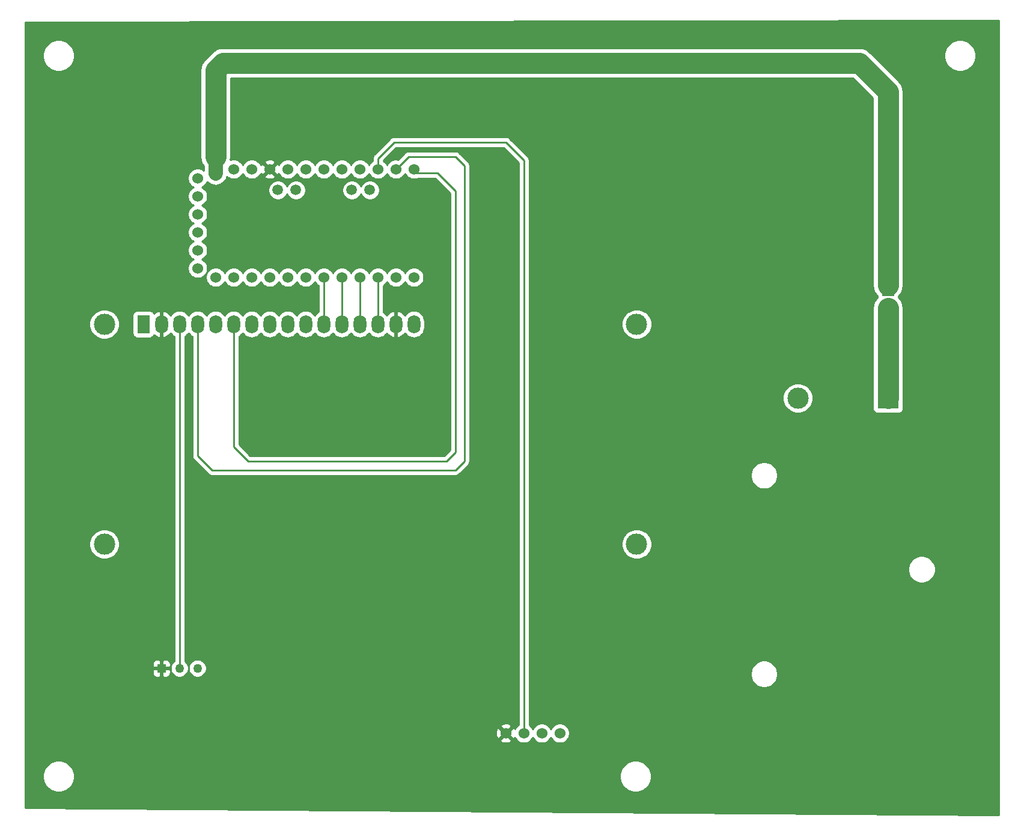
<source format=gbr>
%TF.GenerationSoftware,KiCad,Pcbnew,5.1.10-88a1d61d58~88~ubuntu18.04.1*%
%TF.CreationDate,2021-11-19T11:59:42+11:00*%
%TF.ProjectId,distanceSensorUltrasonicLCD,64697374-616e-4636-9553-656e736f7255,1.0*%
%TF.SameCoordinates,Original*%
%TF.FileFunction,Copper,L1,Top*%
%TF.FilePolarity,Positive*%
%FSLAX46Y46*%
G04 Gerber Fmt 4.6, Leading zero omitted, Abs format (unit mm)*
G04 Created by KiCad (PCBNEW 5.1.10-88a1d61d58~88~ubuntu18.04.1) date 2021-11-19 11:59:42*
%MOMM*%
%LPD*%
G01*
G04 APERTURE LIST*
%TA.AperFunction,ComponentPad*%
%ADD10R,1.268000X1.268000*%
%TD*%
%TA.AperFunction,ComponentPad*%
%ADD11C,1.268000*%
%TD*%
%TA.AperFunction,ComponentPad*%
%ADD12R,1.800000X2.600000*%
%TD*%
%TA.AperFunction,ComponentPad*%
%ADD13O,1.800000X2.600000*%
%TD*%
%TA.AperFunction,ComponentPad*%
%ADD14C,3.000000*%
%TD*%
%TA.AperFunction,ComponentPad*%
%ADD15C,1.530000*%
%TD*%
%TA.AperFunction,ComponentPad*%
%ADD16C,1.524000*%
%TD*%
%TA.AperFunction,ComponentPad*%
%ADD17C,1.500000*%
%TD*%
%TA.AperFunction,ComponentPad*%
%ADD18R,3.000000X3.000000*%
%TD*%
%TA.AperFunction,ComponentPad*%
%ADD19R,1.700000X1.700000*%
%TD*%
%TA.AperFunction,ComponentPad*%
%ADD20O,1.700000X1.700000*%
%TD*%
%TA.AperFunction,Conductor*%
%ADD21C,3.000000*%
%TD*%
%TA.AperFunction,Conductor*%
%ADD22C,0.250000*%
%TD*%
%TA.AperFunction,Conductor*%
%ADD23C,0.254000*%
%TD*%
%TA.AperFunction,Conductor*%
%ADD24C,2.000000*%
%TD*%
%TA.AperFunction,Conductor*%
%ADD25C,0.100000*%
%TD*%
G04 APERTURE END LIST*
D10*
%TO.P,RV1,1*%
%TO.N,VCC*%
X108458000Y-134620000D03*
D11*
%TO.P,RV1,2*%
%TO.N,Net-(RV1-Pad2)*%
X110998000Y-134620000D03*
%TO.P,RV1,3*%
%TO.N,GND*%
X113538000Y-134620000D03*
%TD*%
D12*
%TO.P,U3,1*%
%TO.N,GND*%
X105918000Y-86106000D03*
D13*
%TO.P,U3,2*%
%TO.N,VCC*%
X108458000Y-86106000D03*
%TO.P,U3,3*%
%TO.N,Net-(RV1-Pad2)*%
X110998000Y-86106000D03*
%TO.P,U3,4*%
%TO.N,Net-(FTDI1-Pad29)*%
X113538000Y-86106000D03*
%TO.P,U3,5*%
%TO.N,GND*%
X116078000Y-86106000D03*
%TO.P,U3,6*%
%TO.N,Net-(FTDI1-Pad30)*%
X118618000Y-86106000D03*
%TO.P,U3,7*%
%TO.N,Net-(U3-Pad7)*%
X121158000Y-86106000D03*
%TO.P,U3,8*%
%TO.N,Net-(U3-Pad8)*%
X123698000Y-86106000D03*
%TO.P,U3,9*%
%TO.N,Net-(U3-Pad9)*%
X126238000Y-86106000D03*
%TO.P,U3,10*%
%TO.N,Net-(U3-Pad10)*%
X128778000Y-86106000D03*
%TO.P,U3,11*%
%TO.N,Net-(FTDI1-Pad13)*%
X131318000Y-86106000D03*
%TO.P,U3,12*%
%TO.N,Net-(FTDI1-Pad14)*%
X133858000Y-86106000D03*
%TO.P,U3,13*%
%TO.N,Net-(FTDI1-Pad15)*%
X136398000Y-86106000D03*
%TO.P,U3,14*%
%TO.N,Net-(FTDI1-Pad16)*%
X138938000Y-86106000D03*
%TO.P,U3,15*%
%TO.N,VCC*%
X141478000Y-86106000D03*
%TO.P,U3,16*%
%TO.N,GND*%
X144018000Y-86106000D03*
D14*
%TO.P,U3,*%
%TO.N,*%
X100418900Y-86106000D03*
X100418900Y-117106700D03*
X175417480Y-117106700D03*
X175418000Y-86106000D03*
%TD*%
D15*
%TO.P,U2,2*%
%TO.N,Net-(FTDI1-Pad28)*%
X159512000Y-143764000D03*
%TO.P,U2,3*%
%TO.N,Net-(FTDI1-Pad27)*%
X162052000Y-143764000D03*
%TO.P,U2,4*%
%TO.N,GND*%
X164592000Y-143764000D03*
%TO.P,U2,1*%
%TO.N,VCC*%
X156972000Y-143764000D03*
%TD*%
D16*
%TO.P,FTDI1,1*%
%TO.N,Net-(FTDI1-Pad1)*%
X113563400Y-78232000D03*
%TO.P,FTDI1,2*%
%TO.N,Net-(FTDI1-Pad2)*%
X113563400Y-75692000D03*
%TO.P,FTDI1,3*%
%TO.N,Net-(FTDI1-Pad3)*%
X113563400Y-73152000D03*
%TO.P,FTDI1,4*%
%TO.N,Net-(FTDI1-Pad4)*%
X113563400Y-70612000D03*
%TO.P,FTDI1,5*%
%TO.N,N/C*%
X113563400Y-68072000D03*
%TO.P,FTDI1,6*%
%TO.N,Net-(FTDI1-Pad6)*%
X113563400Y-65532000D03*
%TO.P,FTDI1,7*%
%TO.N,Net-(FTDI1-Pad7)*%
X116103400Y-79502000D03*
%TO.P,FTDI1,8*%
%TO.N,Net-(FTDI1-Pad8)*%
X118643400Y-79502000D03*
%TO.P,FTDI1,9*%
%TO.N,Net-(FTDI1-Pad9)*%
X121183400Y-79502000D03*
%TO.P,FTDI1,10*%
%TO.N,Net-(FTDI1-Pad10)*%
X123723400Y-79502000D03*
%TO.P,FTDI1,11*%
%TO.N,Net-(FTDI1-Pad11)*%
X126263400Y-79502000D03*
%TO.P,FTDI1,12*%
%TO.N,Net-(FTDI1-Pad12)*%
X128803400Y-79502000D03*
%TO.P,FTDI1,13*%
%TO.N,Net-(FTDI1-Pad13)*%
X131343400Y-79502000D03*
%TO.P,FTDI1,14*%
%TO.N,Net-(FTDI1-Pad14)*%
X133883400Y-79502000D03*
%TO.P,FTDI1,15*%
%TO.N,Net-(FTDI1-Pad15)*%
X136423400Y-79502000D03*
%TO.P,FTDI1,16*%
%TO.N,Net-(FTDI1-Pad16)*%
X138963400Y-79502000D03*
%TO.P,FTDI1,17*%
%TO.N,Net-(FTDI1-Pad17)*%
X141503400Y-79502000D03*
%TO.P,FTDI1,18*%
%TO.N,Net-(FTDI1-Pad18)*%
X144043400Y-79502000D03*
%TO.P,FTDI1,19*%
%TO.N,Net-(FTDI1-Pad19)*%
X116103400Y-64262000D03*
%TO.P,FTDI1,20*%
%TO.N,GND*%
X118643400Y-64262000D03*
%TO.P,FTDI1,21*%
%TO.N,Net-(FTDI1-Pad21)*%
X121183400Y-64262000D03*
%TO.P,FTDI1,22*%
%TO.N,VCC*%
X123723400Y-64262000D03*
%TO.P,FTDI1,23*%
%TO.N,Net-(FTDI1-Pad23)*%
X126263400Y-64262000D03*
%TO.P,FTDI1,24*%
%TO.N,Net-(FTDI1-Pad24)*%
X128803400Y-64262000D03*
%TO.P,FTDI1,25*%
%TO.N,Net-(FTDI1-Pad25)*%
X131343400Y-64262000D03*
%TO.P,FTDI1,26*%
%TO.N,Net-(FTDI1-Pad26)*%
X133883400Y-64262000D03*
%TO.P,FTDI1,27*%
%TO.N,Net-(FTDI1-Pad27)*%
X136423400Y-64262000D03*
%TO.P,FTDI1,28*%
%TO.N,Net-(FTDI1-Pad28)*%
X138963400Y-64262000D03*
%TO.P,FTDI1,29*%
%TO.N,Net-(FTDI1-Pad29)*%
X141503400Y-64262000D03*
%TO.P,FTDI1,30*%
%TO.N,Net-(FTDI1-Pad30)*%
X144043400Y-64262000D03*
D17*
%TO.P,FTDI1,31*%
%TO.N,N/C*%
X124866400Y-67183000D03*
%TO.P,FTDI1,32*%
X127406400Y-67183000D03*
%TO.P,FTDI1,34*%
X135280400Y-67183000D03*
%TO.P,FTDI1,35*%
X137820400Y-67183000D03*
%TD*%
D14*
%TO.P,BT1,2*%
%TO.N,GND*%
X198120000Y-96520000D03*
D18*
%TO.P,BT1,1*%
%TO.N,Net-(BT1-Pad1)*%
X210820000Y-96520000D03*
%TD*%
D19*
%TO.P,SW1,1*%
%TO.N,Net-(FTDI1-Pad19)*%
X210820000Y-81280000D03*
D20*
%TO.P,SW1,2*%
%TO.N,Net-(BT1-Pad1)*%
X210820000Y-83820000D03*
%TD*%
D21*
%TO.N,Net-(BT1-Pad1)*%
X210820000Y-86868000D02*
X210820000Y-83830001D01*
D22*
X210820000Y-86868000D02*
X212090000Y-88138000D01*
D21*
X210820000Y-96520000D02*
X210820000Y-86868000D01*
D23*
%TO.N,Net-(FTDI1-Pad13)*%
X131318000Y-79527400D02*
X131343400Y-79502000D01*
X131318000Y-86106000D02*
X131318000Y-79527400D01*
%TO.N,Net-(FTDI1-Pad14)*%
X133858000Y-79527400D02*
X133883400Y-79502000D01*
X133858000Y-86106000D02*
X133858000Y-79527400D01*
%TO.N,Net-(FTDI1-Pad15)*%
X136423400Y-86080600D02*
X136398000Y-86106000D01*
X136423400Y-79502000D02*
X136423400Y-86080600D01*
%TO.N,Net-(FTDI1-Pad16)*%
X138963400Y-86080600D02*
X138938000Y-86106000D01*
X138963400Y-79502000D02*
X138963400Y-86080600D01*
D24*
%TO.N,Net-(FTDI1-Pad19)*%
X116078000Y-64897400D02*
X116078000Y-62484000D01*
D21*
X116078000Y-62484000D02*
X116078000Y-50292000D01*
X116078000Y-50292000D02*
X117094000Y-49276000D01*
X197612000Y-49276000D02*
X206756000Y-49276000D01*
X197612000Y-49276000D02*
X201168000Y-49276000D01*
X117094000Y-49276000D02*
X197612000Y-49276000D01*
X206756000Y-49276000D02*
X210820000Y-53340000D01*
X210820000Y-53340000D02*
X210820000Y-80629991D01*
D23*
%TO.N,Net-(FTDI1-Pad28)*%
X138963400Y-64262000D02*
X138963400Y-62712600D01*
X138963400Y-62712600D02*
X141224000Y-60452000D01*
X141224000Y-60452000D02*
X156972000Y-60452000D01*
X156972000Y-60452000D02*
X159512000Y-62992000D01*
X159512000Y-62992000D02*
X159512000Y-71628000D01*
X159512000Y-71493933D02*
X159512000Y-71628000D01*
X159512000Y-143764000D02*
X159512000Y-137922000D01*
X159512000Y-71628000D02*
X159512000Y-137922000D01*
X159512000Y-137922000D02*
X159512000Y-138938000D01*
%TO.N,Net-(FTDI1-Pad29)*%
X115570000Y-106680000D02*
X113538000Y-104648000D01*
X149860000Y-106680000D02*
X115570000Y-106680000D01*
X151130000Y-105410000D02*
X149860000Y-106680000D01*
X151130000Y-67056000D02*
X151130000Y-66802000D01*
X151130000Y-67943590D02*
X151130000Y-67056000D01*
X151130000Y-67943590D02*
X151130000Y-105410000D01*
X113538000Y-101346000D02*
X113538000Y-100076000D01*
X113538000Y-104648000D02*
X113538000Y-101346000D01*
X151130000Y-65786000D02*
X151130000Y-65532000D01*
X151130000Y-65786000D02*
X151130000Y-63754000D01*
X151130000Y-67056000D02*
X151130000Y-65786000D01*
X151130000Y-63754000D02*
X149860000Y-62484000D01*
X143281400Y-62484000D02*
X141503400Y-64262000D01*
X149860000Y-62484000D02*
X143281400Y-62484000D01*
X113538000Y-86106000D02*
X113538000Y-99822000D01*
X113538000Y-101346000D02*
X113538000Y-99822000D01*
X113538000Y-99822000D02*
X113538000Y-99110800D01*
X113538000Y-99110800D02*
X113588800Y-99060000D01*
%TO.N,Net-(FTDI1-Pad30)*%
X147320000Y-64770000D02*
X149860000Y-67310000D01*
X148590000Y-105410000D02*
X120650000Y-105410000D01*
X120650000Y-105410000D02*
X118618000Y-103378000D01*
X144043400Y-64770000D02*
X147320000Y-64770000D01*
X149860000Y-67310000D02*
X149860000Y-104140000D01*
X149860000Y-104140000D02*
X148590000Y-105410000D01*
X118618000Y-99110800D02*
X118668800Y-99060000D01*
X118618000Y-101092000D02*
X118618000Y-100076000D01*
X118618000Y-103378000D02*
X118618000Y-101092000D01*
X118618000Y-86106000D02*
X118618000Y-99568000D01*
X118618000Y-101092000D02*
X118618000Y-99568000D01*
X118618000Y-99568000D02*
X118618000Y-99110800D01*
%TO.N,Net-(RV1-Pad2)*%
X110998000Y-86106000D02*
X110998000Y-100076000D01*
D22*
X110998000Y-100076000D02*
X110998000Y-99110800D01*
X110998000Y-99110800D02*
X111048800Y-99060000D01*
D23*
X110998000Y-134620000D02*
X110998000Y-126238000D01*
D22*
X110998000Y-127508000D02*
X110998000Y-126238000D01*
X110998000Y-126238000D02*
X110998000Y-100076000D01*
%TD*%
D23*
%TO.N,VCC*%
X226441000Y-155320057D02*
X89281000Y-154305935D01*
X89281000Y-149639872D01*
X91745000Y-149639872D01*
X91745000Y-150080128D01*
X91830890Y-150511925D01*
X91999369Y-150918669D01*
X92243962Y-151284729D01*
X92555271Y-151596038D01*
X92921331Y-151840631D01*
X93328075Y-152009110D01*
X93759872Y-152095000D01*
X94200128Y-152095000D01*
X94631925Y-152009110D01*
X95038669Y-151840631D01*
X95404729Y-151596038D01*
X95716038Y-151284729D01*
X95960631Y-150918669D01*
X96129110Y-150511925D01*
X96215000Y-150080128D01*
X96215000Y-149639872D01*
X173025000Y-149639872D01*
X173025000Y-150080128D01*
X173110890Y-150511925D01*
X173279369Y-150918669D01*
X173523962Y-151284729D01*
X173835271Y-151596038D01*
X174201331Y-151840631D01*
X174608075Y-152009110D01*
X175039872Y-152095000D01*
X175480128Y-152095000D01*
X175911925Y-152009110D01*
X176318669Y-151840631D01*
X176684729Y-151596038D01*
X176996038Y-151284729D01*
X177240631Y-150918669D01*
X177409110Y-150511925D01*
X177495000Y-150080128D01*
X177495000Y-149639872D01*
X177409110Y-149208075D01*
X177240631Y-148801331D01*
X176996038Y-148435271D01*
X176684729Y-148123962D01*
X176318669Y-147879369D01*
X175911925Y-147710890D01*
X175480128Y-147625000D01*
X175039872Y-147625000D01*
X174608075Y-147710890D01*
X174201331Y-147879369D01*
X173835271Y-148123962D01*
X173523962Y-148435271D01*
X173279369Y-148801331D01*
X173110890Y-149208075D01*
X173025000Y-149639872D01*
X96215000Y-149639872D01*
X96129110Y-149208075D01*
X95960631Y-148801331D01*
X95716038Y-148435271D01*
X95404729Y-148123962D01*
X95038669Y-147879369D01*
X94631925Y-147710890D01*
X94200128Y-147625000D01*
X93759872Y-147625000D01*
X93328075Y-147710890D01*
X92921331Y-147879369D01*
X92555271Y-148123962D01*
X92243962Y-148435271D01*
X91999369Y-148801331D01*
X91830890Y-149208075D01*
X91745000Y-149639872D01*
X89281000Y-149639872D01*
X89281000Y-144731707D01*
X156183898Y-144731707D01*
X156251240Y-144972106D01*
X156500780Y-145089506D01*
X156768427Y-145155967D01*
X157043899Y-145168936D01*
X157316607Y-145127914D01*
X157576072Y-145034478D01*
X157692760Y-144972106D01*
X157760102Y-144731707D01*
X156972000Y-143943605D01*
X156183898Y-144731707D01*
X89281000Y-144731707D01*
X89281000Y-143835899D01*
X155567064Y-143835899D01*
X155608086Y-144108607D01*
X155701522Y-144368072D01*
X155763894Y-144484760D01*
X156004293Y-144552102D01*
X156792395Y-143764000D01*
X156004293Y-142975898D01*
X155763894Y-143043240D01*
X155646494Y-143292780D01*
X155580033Y-143560427D01*
X155567064Y-143835899D01*
X89281000Y-143835899D01*
X89281000Y-142796293D01*
X156183898Y-142796293D01*
X156972000Y-143584395D01*
X157760102Y-142796293D01*
X157692760Y-142555894D01*
X157443220Y-142438494D01*
X157175573Y-142372033D01*
X156900101Y-142359064D01*
X156627393Y-142400086D01*
X156367928Y-142493522D01*
X156251240Y-142555894D01*
X156183898Y-142796293D01*
X89281000Y-142796293D01*
X89281000Y-135254000D01*
X107185928Y-135254000D01*
X107198188Y-135378482D01*
X107234498Y-135498180D01*
X107293463Y-135608494D01*
X107372815Y-135705185D01*
X107469506Y-135784537D01*
X107579820Y-135843502D01*
X107699518Y-135879812D01*
X107824000Y-135892072D01*
X108172250Y-135889000D01*
X108331000Y-135730250D01*
X108331000Y-134747000D01*
X108585000Y-134747000D01*
X108585000Y-135730250D01*
X108743750Y-135889000D01*
X109092000Y-135892072D01*
X109216482Y-135879812D01*
X109336180Y-135843502D01*
X109446494Y-135784537D01*
X109543185Y-135705185D01*
X109622537Y-135608494D01*
X109681502Y-135498180D01*
X109717812Y-135378482D01*
X109730072Y-135254000D01*
X109727000Y-134905750D01*
X109568250Y-134747000D01*
X108585000Y-134747000D01*
X108331000Y-134747000D01*
X107347750Y-134747000D01*
X107189000Y-134905750D01*
X107185928Y-135254000D01*
X89281000Y-135254000D01*
X89281000Y-133986000D01*
X107185928Y-133986000D01*
X107189000Y-134334250D01*
X107347750Y-134493000D01*
X108331000Y-134493000D01*
X108331000Y-133509750D01*
X108585000Y-133509750D01*
X108585000Y-134493000D01*
X109568250Y-134493000D01*
X109727000Y-134334250D01*
X109730072Y-133986000D01*
X109717812Y-133861518D01*
X109681502Y-133741820D01*
X109622537Y-133631506D01*
X109543185Y-133534815D01*
X109446494Y-133455463D01*
X109336180Y-133396498D01*
X109216482Y-133360188D01*
X109092000Y-133347928D01*
X108743750Y-133351000D01*
X108585000Y-133509750D01*
X108331000Y-133509750D01*
X108172250Y-133351000D01*
X107824000Y-133347928D01*
X107699518Y-133360188D01*
X107579820Y-133396498D01*
X107469506Y-133455463D01*
X107372815Y-133534815D01*
X107293463Y-133631506D01*
X107234498Y-133741820D01*
X107198188Y-133861518D01*
X107185928Y-133986000D01*
X89281000Y-133986000D01*
X89281000Y-116896421D01*
X98283900Y-116896421D01*
X98283900Y-117316979D01*
X98365947Y-117729456D01*
X98526888Y-118118002D01*
X98760537Y-118467683D01*
X99057917Y-118765063D01*
X99407598Y-118998712D01*
X99796144Y-119159653D01*
X100208621Y-119241700D01*
X100629179Y-119241700D01*
X101041656Y-119159653D01*
X101430202Y-118998712D01*
X101779883Y-118765063D01*
X102077263Y-118467683D01*
X102310912Y-118118002D01*
X102471853Y-117729456D01*
X102553900Y-117316979D01*
X102553900Y-116896421D01*
X102471853Y-116483944D01*
X102310912Y-116095398D01*
X102077263Y-115745717D01*
X101779883Y-115448337D01*
X101430202Y-115214688D01*
X101041656Y-115053747D01*
X100629179Y-114971700D01*
X100208621Y-114971700D01*
X99796144Y-115053747D01*
X99407598Y-115214688D01*
X99057917Y-115448337D01*
X98760537Y-115745717D01*
X98526888Y-116095398D01*
X98365947Y-116483944D01*
X98283900Y-116896421D01*
X89281000Y-116896421D01*
X89281000Y-85895721D01*
X98283900Y-85895721D01*
X98283900Y-86316279D01*
X98365947Y-86728756D01*
X98526888Y-87117302D01*
X98760537Y-87466983D01*
X99057917Y-87764363D01*
X99407598Y-87998012D01*
X99796144Y-88158953D01*
X100208621Y-88241000D01*
X100629179Y-88241000D01*
X101041656Y-88158953D01*
X101430202Y-87998012D01*
X101779883Y-87764363D01*
X102077263Y-87466983D01*
X102310912Y-87117302D01*
X102471853Y-86728756D01*
X102553900Y-86316279D01*
X102553900Y-85895721D01*
X102471853Y-85483244D01*
X102310912Y-85094698D01*
X102118011Y-84806000D01*
X104379928Y-84806000D01*
X104379928Y-87406000D01*
X104392188Y-87530482D01*
X104428498Y-87650180D01*
X104487463Y-87760494D01*
X104566815Y-87857185D01*
X104663506Y-87936537D01*
X104773820Y-87995502D01*
X104893518Y-88031812D01*
X105018000Y-88044072D01*
X106818000Y-88044072D01*
X106942482Y-88031812D01*
X107062180Y-87995502D01*
X107172494Y-87936537D01*
X107269185Y-87857185D01*
X107348537Y-87760494D01*
X107407502Y-87650180D01*
X107413418Y-87630679D01*
X107462394Y-87681210D01*
X107710796Y-87852862D01*
X107987913Y-87972755D01*
X108093260Y-87997036D01*
X108331000Y-87876378D01*
X108331000Y-86233000D01*
X108311000Y-86233000D01*
X108311000Y-85979000D01*
X108331000Y-85979000D01*
X108331000Y-84335622D01*
X108585000Y-84335622D01*
X108585000Y-85979000D01*
X108605000Y-85979000D01*
X108605000Y-86233000D01*
X108585000Y-86233000D01*
X108585000Y-87876378D01*
X108822740Y-87997036D01*
X108928087Y-87972755D01*
X109205204Y-87852862D01*
X109453606Y-87681210D01*
X109663748Y-87464396D01*
X109723219Y-87372309D01*
X109907339Y-87596661D01*
X110141074Y-87788481D01*
X110236000Y-87839220D01*
X110236001Y-99093774D01*
X110234324Y-99110800D01*
X110236001Y-99127826D01*
X110236001Y-100113426D01*
X110238001Y-100133733D01*
X110238000Y-126180277D01*
X110236001Y-126200574D01*
X110236000Y-133602939D01*
X110189060Y-133634303D01*
X110012303Y-133811060D01*
X109873427Y-134018903D01*
X109777767Y-134249846D01*
X109729000Y-134495014D01*
X109729000Y-134744986D01*
X109777767Y-134990154D01*
X109873427Y-135221097D01*
X110012303Y-135428940D01*
X110189060Y-135605697D01*
X110396903Y-135744573D01*
X110627846Y-135840233D01*
X110873014Y-135889000D01*
X111122986Y-135889000D01*
X111368154Y-135840233D01*
X111599097Y-135744573D01*
X111806940Y-135605697D01*
X111983697Y-135428940D01*
X112122573Y-135221097D01*
X112218233Y-134990154D01*
X112267000Y-134744986D01*
X112267000Y-134495014D01*
X112269000Y-134495014D01*
X112269000Y-134744986D01*
X112317767Y-134990154D01*
X112413427Y-135221097D01*
X112552303Y-135428940D01*
X112729060Y-135605697D01*
X112936903Y-135744573D01*
X113167846Y-135840233D01*
X113413014Y-135889000D01*
X113662986Y-135889000D01*
X113908154Y-135840233D01*
X114139097Y-135744573D01*
X114346940Y-135605697D01*
X114523697Y-135428940D01*
X114662573Y-135221097D01*
X114758233Y-134990154D01*
X114807000Y-134744986D01*
X114807000Y-134495014D01*
X114758233Y-134249846D01*
X114662573Y-134018903D01*
X114523697Y-133811060D01*
X114346940Y-133634303D01*
X114139097Y-133495427D01*
X113908154Y-133399767D01*
X113662986Y-133351000D01*
X113413014Y-133351000D01*
X113167846Y-133399767D01*
X112936903Y-133495427D01*
X112729060Y-133634303D01*
X112552303Y-133811060D01*
X112413427Y-134018903D01*
X112317767Y-134249846D01*
X112269000Y-134495014D01*
X112267000Y-134495014D01*
X112218233Y-134249846D01*
X112122573Y-134018903D01*
X111983697Y-133811060D01*
X111806940Y-133634303D01*
X111760000Y-133602939D01*
X111760000Y-126200574D01*
X111758000Y-126180267D01*
X111758000Y-100133733D01*
X111760000Y-100113426D01*
X111760000Y-99333607D01*
X111797802Y-99208986D01*
X111812476Y-99060001D01*
X111797802Y-98911015D01*
X111760000Y-98786393D01*
X111760000Y-87839221D01*
X111854927Y-87788481D01*
X112088661Y-87596661D01*
X112268000Y-87378135D01*
X112447339Y-87596661D01*
X112681074Y-87788481D01*
X112776000Y-87839220D01*
X112776001Y-99073364D01*
X112776000Y-99073374D01*
X112772314Y-99110800D01*
X112776000Y-99148223D01*
X112776000Y-99859425D01*
X112776001Y-99859435D01*
X112776000Y-101383425D01*
X112776001Y-101383435D01*
X112776000Y-104610577D01*
X112772314Y-104648000D01*
X112776000Y-104685423D01*
X112776000Y-104685425D01*
X112787026Y-104797377D01*
X112830598Y-104941014D01*
X112863535Y-105002635D01*
X112901355Y-105073392D01*
X112937130Y-105116984D01*
X112996578Y-105189422D01*
X113025654Y-105213284D01*
X115004721Y-107192352D01*
X115028578Y-107221422D01*
X115057648Y-107245279D01*
X115144607Y-107316645D01*
X115215364Y-107354465D01*
X115276985Y-107387402D01*
X115420622Y-107430974D01*
X115532574Y-107442000D01*
X115532577Y-107442000D01*
X115570000Y-107445686D01*
X115607423Y-107442000D01*
X149822577Y-107442000D01*
X149860000Y-107445686D01*
X149897423Y-107442000D01*
X149897426Y-107442000D01*
X150009378Y-107430974D01*
X150153015Y-107387402D01*
X150285392Y-107316645D01*
X150401422Y-107221422D01*
X150425284Y-107192346D01*
X151642352Y-105975279D01*
X151671422Y-105951422D01*
X151766645Y-105835392D01*
X151837402Y-105703015D01*
X151880974Y-105559378D01*
X151892000Y-105447426D01*
X151892000Y-105447424D01*
X151895686Y-105410001D01*
X151892000Y-105372578D01*
X151892000Y-63791422D01*
X151895686Y-63753999D01*
X151892000Y-63716574D01*
X151880974Y-63604622D01*
X151837402Y-63460985D01*
X151766645Y-63328608D01*
X151671422Y-63212578D01*
X151642352Y-63188721D01*
X150425284Y-61971654D01*
X150401422Y-61942578D01*
X150285392Y-61847355D01*
X150153015Y-61776598D01*
X150009378Y-61733026D01*
X149897426Y-61722000D01*
X149897423Y-61722000D01*
X149860000Y-61718314D01*
X149822577Y-61722000D01*
X143318823Y-61722000D01*
X143281400Y-61718314D01*
X143243977Y-61722000D01*
X143243974Y-61722000D01*
X143132022Y-61733026D01*
X142988385Y-61776598D01*
X142926764Y-61809535D01*
X142856007Y-61847355D01*
X142813619Y-61882143D01*
X142739978Y-61942578D01*
X142716116Y-61971654D01*
X141792611Y-62895159D01*
X141640992Y-62865000D01*
X141365808Y-62865000D01*
X141095910Y-62918686D01*
X140841673Y-63023995D01*
X140612865Y-63176880D01*
X140418280Y-63371465D01*
X140265395Y-63600273D01*
X140233400Y-63677515D01*
X140201405Y-63600273D01*
X140048520Y-63371465D01*
X139853935Y-63176880D01*
X139725400Y-63090995D01*
X139725400Y-63028230D01*
X141539631Y-61214000D01*
X156656370Y-61214000D01*
X158750000Y-63307631D01*
X158750001Y-71456498D01*
X158750000Y-71456508D01*
X158750000Y-71590575D01*
X158750001Y-137884565D01*
X158750000Y-137884575D01*
X158750001Y-138463422D01*
X158750000Y-142589386D01*
X158619552Y-142676549D01*
X158424549Y-142871552D01*
X158271336Y-143100851D01*
X158244518Y-143165594D01*
X158242478Y-143159928D01*
X158180106Y-143043240D01*
X157939707Y-142975898D01*
X157151605Y-143764000D01*
X157939707Y-144552102D01*
X158180106Y-144484760D01*
X158241312Y-144354664D01*
X158271336Y-144427149D01*
X158424549Y-144656448D01*
X158619552Y-144851451D01*
X158848851Y-145004664D01*
X159103635Y-145110199D01*
X159374112Y-145164000D01*
X159649888Y-145164000D01*
X159920365Y-145110199D01*
X160175149Y-145004664D01*
X160404448Y-144851451D01*
X160599451Y-144656448D01*
X160752664Y-144427149D01*
X160782000Y-144356326D01*
X160811336Y-144427149D01*
X160964549Y-144656448D01*
X161159552Y-144851451D01*
X161388851Y-145004664D01*
X161643635Y-145110199D01*
X161914112Y-145164000D01*
X162189888Y-145164000D01*
X162460365Y-145110199D01*
X162715149Y-145004664D01*
X162944448Y-144851451D01*
X163139451Y-144656448D01*
X163292664Y-144427149D01*
X163322000Y-144356326D01*
X163351336Y-144427149D01*
X163504549Y-144656448D01*
X163699552Y-144851451D01*
X163928851Y-145004664D01*
X164183635Y-145110199D01*
X164454112Y-145164000D01*
X164729888Y-145164000D01*
X165000365Y-145110199D01*
X165255149Y-145004664D01*
X165484448Y-144851451D01*
X165679451Y-144656448D01*
X165832664Y-144427149D01*
X165938199Y-144172365D01*
X165992000Y-143901888D01*
X165992000Y-143626112D01*
X165938199Y-143355635D01*
X165832664Y-143100851D01*
X165679451Y-142871552D01*
X165484448Y-142676549D01*
X165255149Y-142523336D01*
X165000365Y-142417801D01*
X164729888Y-142364000D01*
X164454112Y-142364000D01*
X164183635Y-142417801D01*
X163928851Y-142523336D01*
X163699552Y-142676549D01*
X163504549Y-142871552D01*
X163351336Y-143100851D01*
X163322000Y-143171674D01*
X163292664Y-143100851D01*
X163139451Y-142871552D01*
X162944448Y-142676549D01*
X162715149Y-142523336D01*
X162460365Y-142417801D01*
X162189888Y-142364000D01*
X161914112Y-142364000D01*
X161643635Y-142417801D01*
X161388851Y-142523336D01*
X161159552Y-142676549D01*
X160964549Y-142871552D01*
X160811336Y-143100851D01*
X160782000Y-143171674D01*
X160752664Y-143100851D01*
X160599451Y-142871552D01*
X160404448Y-142676549D01*
X160274000Y-142589386D01*
X160274000Y-135229419D01*
X191435000Y-135229419D01*
X191435000Y-135610581D01*
X191509361Y-135984419D01*
X191655225Y-136336566D01*
X191866987Y-136653491D01*
X192136509Y-136923013D01*
X192453434Y-137134775D01*
X192805581Y-137280639D01*
X193179419Y-137355000D01*
X193560581Y-137355000D01*
X193934419Y-137280639D01*
X194286566Y-137134775D01*
X194603491Y-136923013D01*
X194873013Y-136653491D01*
X195084775Y-136336566D01*
X195230639Y-135984419D01*
X195305000Y-135610581D01*
X195305000Y-135229419D01*
X195230639Y-134855581D01*
X195084775Y-134503434D01*
X194873013Y-134186509D01*
X194603491Y-133916987D01*
X194286566Y-133705225D01*
X193934419Y-133559361D01*
X193560581Y-133485000D01*
X193179419Y-133485000D01*
X192805581Y-133559361D01*
X192453434Y-133705225D01*
X192136509Y-133916987D01*
X191866987Y-134186509D01*
X191655225Y-134503434D01*
X191509361Y-134855581D01*
X191435000Y-135229419D01*
X160274000Y-135229419D01*
X160274000Y-120479419D01*
X213635000Y-120479419D01*
X213635000Y-120860581D01*
X213709361Y-121234419D01*
X213855225Y-121586566D01*
X214066987Y-121903491D01*
X214336509Y-122173013D01*
X214653434Y-122384775D01*
X215005581Y-122530639D01*
X215379419Y-122605000D01*
X215760581Y-122605000D01*
X216134419Y-122530639D01*
X216486566Y-122384775D01*
X216803491Y-122173013D01*
X217073013Y-121903491D01*
X217284775Y-121586566D01*
X217430639Y-121234419D01*
X217505000Y-120860581D01*
X217505000Y-120479419D01*
X217430639Y-120105581D01*
X217284775Y-119753434D01*
X217073013Y-119436509D01*
X216803491Y-119166987D01*
X216486566Y-118955225D01*
X216134419Y-118809361D01*
X215760581Y-118735000D01*
X215379419Y-118735000D01*
X215005581Y-118809361D01*
X214653434Y-118955225D01*
X214336509Y-119166987D01*
X214066987Y-119436509D01*
X213855225Y-119753434D01*
X213709361Y-120105581D01*
X213635000Y-120479419D01*
X160274000Y-120479419D01*
X160274000Y-116896421D01*
X173282480Y-116896421D01*
X173282480Y-117316979D01*
X173364527Y-117729456D01*
X173525468Y-118118002D01*
X173759117Y-118467683D01*
X174056497Y-118765063D01*
X174406178Y-118998712D01*
X174794724Y-119159653D01*
X175207201Y-119241700D01*
X175627759Y-119241700D01*
X176040236Y-119159653D01*
X176428782Y-118998712D01*
X176778463Y-118765063D01*
X177075843Y-118467683D01*
X177309492Y-118118002D01*
X177470433Y-117729456D01*
X177552480Y-117316979D01*
X177552480Y-116896421D01*
X177470433Y-116483944D01*
X177309492Y-116095398D01*
X177075843Y-115745717D01*
X176778463Y-115448337D01*
X176428782Y-115214688D01*
X176040236Y-115053747D01*
X175627759Y-114971700D01*
X175207201Y-114971700D01*
X174794724Y-115053747D01*
X174406178Y-115214688D01*
X174056497Y-115448337D01*
X173759117Y-115745717D01*
X173525468Y-116095398D01*
X173364527Y-116483944D01*
X173282480Y-116896421D01*
X160274000Y-116896421D01*
X160274000Y-107229419D01*
X191435000Y-107229419D01*
X191435000Y-107610581D01*
X191509361Y-107984419D01*
X191655225Y-108336566D01*
X191866987Y-108653491D01*
X192136509Y-108923013D01*
X192453434Y-109134775D01*
X192805581Y-109280639D01*
X193179419Y-109355000D01*
X193560581Y-109355000D01*
X193934419Y-109280639D01*
X194286566Y-109134775D01*
X194603491Y-108923013D01*
X194873013Y-108653491D01*
X195084775Y-108336566D01*
X195230639Y-107984419D01*
X195305000Y-107610581D01*
X195305000Y-107229419D01*
X195230639Y-106855581D01*
X195084775Y-106503434D01*
X194873013Y-106186509D01*
X194603491Y-105916987D01*
X194286566Y-105705225D01*
X193934419Y-105559361D01*
X193560581Y-105485000D01*
X193179419Y-105485000D01*
X192805581Y-105559361D01*
X192453434Y-105705225D01*
X192136509Y-105916987D01*
X191866987Y-106186509D01*
X191655225Y-106503434D01*
X191509361Y-106855581D01*
X191435000Y-107229419D01*
X160274000Y-107229419D01*
X160274000Y-96309721D01*
X195985000Y-96309721D01*
X195985000Y-96730279D01*
X196067047Y-97142756D01*
X196227988Y-97531302D01*
X196461637Y-97880983D01*
X196759017Y-98178363D01*
X197108698Y-98412012D01*
X197497244Y-98572953D01*
X197909721Y-98655000D01*
X198330279Y-98655000D01*
X198742756Y-98572953D01*
X199131302Y-98412012D01*
X199480983Y-98178363D01*
X199778363Y-97880983D01*
X200012012Y-97531302D01*
X200172953Y-97142756D01*
X200255000Y-96730279D01*
X200255000Y-96309721D01*
X200172953Y-95897244D01*
X200012012Y-95508698D01*
X199778363Y-95159017D01*
X199480983Y-94861637D01*
X199131302Y-94627988D01*
X198742756Y-94467047D01*
X198330279Y-94385000D01*
X197909721Y-94385000D01*
X197497244Y-94467047D01*
X197108698Y-94627988D01*
X196759017Y-94861637D01*
X196461637Y-95159017D01*
X196227988Y-95508698D01*
X196067047Y-95897244D01*
X195985000Y-96309721D01*
X160274000Y-96309721D01*
X160274000Y-85895721D01*
X173283000Y-85895721D01*
X173283000Y-86316279D01*
X173365047Y-86728756D01*
X173525988Y-87117302D01*
X173759637Y-87466983D01*
X174057017Y-87764363D01*
X174406698Y-87998012D01*
X174795244Y-88158953D01*
X175207721Y-88241000D01*
X175628279Y-88241000D01*
X176040756Y-88158953D01*
X176429302Y-87998012D01*
X176778983Y-87764363D01*
X177076363Y-87466983D01*
X177310012Y-87117302D01*
X177470953Y-86728756D01*
X177553000Y-86316279D01*
X177553000Y-85895721D01*
X177470953Y-85483244D01*
X177310012Y-85094698D01*
X177076363Y-84745017D01*
X176778983Y-84447637D01*
X176429302Y-84213988D01*
X176040756Y-84053047D01*
X175628279Y-83971000D01*
X175207721Y-83971000D01*
X174795244Y-84053047D01*
X174406698Y-84213988D01*
X174057017Y-84447637D01*
X173759637Y-84745017D01*
X173525988Y-85094698D01*
X173365047Y-85483244D01*
X173283000Y-85895721D01*
X160274000Y-85895721D01*
X160274000Y-63029422D01*
X160277686Y-62991999D01*
X160269550Y-62909392D01*
X160262974Y-62842622D01*
X160219402Y-62698985D01*
X160148645Y-62566608D01*
X160053422Y-62450578D01*
X160024353Y-62426722D01*
X157537284Y-59939654D01*
X157513422Y-59910578D01*
X157397392Y-59815355D01*
X157265015Y-59744598D01*
X157121378Y-59701026D01*
X157009426Y-59690000D01*
X157009423Y-59690000D01*
X156972000Y-59686314D01*
X156934577Y-59690000D01*
X141261422Y-59690000D01*
X141223999Y-59686314D01*
X141186576Y-59690000D01*
X141186574Y-59690000D01*
X141074622Y-59701026D01*
X140930985Y-59744598D01*
X140798608Y-59815355D01*
X140682578Y-59910578D01*
X140658721Y-59939648D01*
X138451049Y-62147321D01*
X138421979Y-62171178D01*
X138398122Y-62200248D01*
X138398121Y-62200249D01*
X138326755Y-62287208D01*
X138255999Y-62419585D01*
X138212427Y-62563222D01*
X138197714Y-62712600D01*
X138201401Y-62750033D01*
X138201401Y-63090995D01*
X138072865Y-63176880D01*
X137878280Y-63371465D01*
X137725395Y-63600273D01*
X137693400Y-63677515D01*
X137661405Y-63600273D01*
X137508520Y-63371465D01*
X137313935Y-63176880D01*
X137085127Y-63023995D01*
X136830890Y-62918686D01*
X136560992Y-62865000D01*
X136285808Y-62865000D01*
X136015910Y-62918686D01*
X135761673Y-63023995D01*
X135532865Y-63176880D01*
X135338280Y-63371465D01*
X135185395Y-63600273D01*
X135153400Y-63677515D01*
X135121405Y-63600273D01*
X134968520Y-63371465D01*
X134773935Y-63176880D01*
X134545127Y-63023995D01*
X134290890Y-62918686D01*
X134020992Y-62865000D01*
X133745808Y-62865000D01*
X133475910Y-62918686D01*
X133221673Y-63023995D01*
X132992865Y-63176880D01*
X132798280Y-63371465D01*
X132645395Y-63600273D01*
X132613400Y-63677515D01*
X132581405Y-63600273D01*
X132428520Y-63371465D01*
X132233935Y-63176880D01*
X132005127Y-63023995D01*
X131750890Y-62918686D01*
X131480992Y-62865000D01*
X131205808Y-62865000D01*
X130935910Y-62918686D01*
X130681673Y-63023995D01*
X130452865Y-63176880D01*
X130258280Y-63371465D01*
X130105395Y-63600273D01*
X130073400Y-63677515D01*
X130041405Y-63600273D01*
X129888520Y-63371465D01*
X129693935Y-63176880D01*
X129465127Y-63023995D01*
X129210890Y-62918686D01*
X128940992Y-62865000D01*
X128665808Y-62865000D01*
X128395910Y-62918686D01*
X128141673Y-63023995D01*
X127912865Y-63176880D01*
X127718280Y-63371465D01*
X127565395Y-63600273D01*
X127533400Y-63677515D01*
X127501405Y-63600273D01*
X127348520Y-63371465D01*
X127153935Y-63176880D01*
X126925127Y-63023995D01*
X126670890Y-62918686D01*
X126400992Y-62865000D01*
X126125808Y-62865000D01*
X125855910Y-62918686D01*
X125601673Y-63023995D01*
X125372865Y-63176880D01*
X125178280Y-63371465D01*
X125025395Y-63600273D01*
X124995708Y-63671943D01*
X124991036Y-63658977D01*
X124929056Y-63543020D01*
X124688965Y-63476040D01*
X123903005Y-64262000D01*
X124688965Y-65047960D01*
X124929056Y-64980980D01*
X124992885Y-64845240D01*
X125025395Y-64923727D01*
X125178280Y-65152535D01*
X125372865Y-65347120D01*
X125601673Y-65500005D01*
X125855910Y-65605314D01*
X126125808Y-65659000D01*
X126400992Y-65659000D01*
X126670890Y-65605314D01*
X126925127Y-65500005D01*
X127153935Y-65347120D01*
X127348520Y-65152535D01*
X127501405Y-64923727D01*
X127533400Y-64846485D01*
X127565395Y-64923727D01*
X127718280Y-65152535D01*
X127912865Y-65347120D01*
X128141673Y-65500005D01*
X128395910Y-65605314D01*
X128665808Y-65659000D01*
X128940992Y-65659000D01*
X129210890Y-65605314D01*
X129465127Y-65500005D01*
X129693935Y-65347120D01*
X129888520Y-65152535D01*
X130041405Y-64923727D01*
X130073400Y-64846485D01*
X130105395Y-64923727D01*
X130258280Y-65152535D01*
X130452865Y-65347120D01*
X130681673Y-65500005D01*
X130935910Y-65605314D01*
X131205808Y-65659000D01*
X131480992Y-65659000D01*
X131750890Y-65605314D01*
X132005127Y-65500005D01*
X132233935Y-65347120D01*
X132428520Y-65152535D01*
X132581405Y-64923727D01*
X132613400Y-64846485D01*
X132645395Y-64923727D01*
X132798280Y-65152535D01*
X132992865Y-65347120D01*
X133221673Y-65500005D01*
X133475910Y-65605314D01*
X133745808Y-65659000D01*
X134020992Y-65659000D01*
X134290890Y-65605314D01*
X134545127Y-65500005D01*
X134773935Y-65347120D01*
X134968520Y-65152535D01*
X135121405Y-64923727D01*
X135153400Y-64846485D01*
X135185395Y-64923727D01*
X135338280Y-65152535D01*
X135532865Y-65347120D01*
X135761673Y-65500005D01*
X136015910Y-65605314D01*
X136285808Y-65659000D01*
X136560992Y-65659000D01*
X136830890Y-65605314D01*
X137085127Y-65500005D01*
X137313935Y-65347120D01*
X137508520Y-65152535D01*
X137661405Y-64923727D01*
X137693400Y-64846485D01*
X137725395Y-64923727D01*
X137878280Y-65152535D01*
X138072865Y-65347120D01*
X138301673Y-65500005D01*
X138555910Y-65605314D01*
X138825808Y-65659000D01*
X139100992Y-65659000D01*
X139370890Y-65605314D01*
X139625127Y-65500005D01*
X139853935Y-65347120D01*
X140048520Y-65152535D01*
X140201405Y-64923727D01*
X140233400Y-64846485D01*
X140265395Y-64923727D01*
X140418280Y-65152535D01*
X140612865Y-65347120D01*
X140841673Y-65500005D01*
X141095910Y-65605314D01*
X141365808Y-65659000D01*
X141640992Y-65659000D01*
X141910890Y-65605314D01*
X142165127Y-65500005D01*
X142393935Y-65347120D01*
X142588520Y-65152535D01*
X142741405Y-64923727D01*
X142773400Y-64846485D01*
X142805395Y-64923727D01*
X142958280Y-65152535D01*
X143152865Y-65347120D01*
X143381673Y-65500005D01*
X143635910Y-65605314D01*
X143905808Y-65659000D01*
X144180992Y-65659000D01*
X144450890Y-65605314D01*
X144627885Y-65532000D01*
X147004370Y-65532000D01*
X149098000Y-67625631D01*
X149098001Y-103824368D01*
X148274370Y-104648000D01*
X120965631Y-104648000D01*
X119380000Y-103062370D01*
X119380000Y-99340491D01*
X119419773Y-99209378D01*
X119434486Y-99060001D01*
X119419773Y-98910622D01*
X119380000Y-98779509D01*
X119380000Y-87839221D01*
X119474927Y-87788481D01*
X119708661Y-87596661D01*
X119888000Y-87378135D01*
X120067339Y-87596661D01*
X120301074Y-87788481D01*
X120567740Y-87931017D01*
X120857088Y-88018790D01*
X121158000Y-88048427D01*
X121458913Y-88018790D01*
X121748261Y-87931017D01*
X122014927Y-87788481D01*
X122248661Y-87596661D01*
X122428000Y-87378135D01*
X122607339Y-87596661D01*
X122841074Y-87788481D01*
X123107740Y-87931017D01*
X123397088Y-88018790D01*
X123698000Y-88048427D01*
X123998913Y-88018790D01*
X124288261Y-87931017D01*
X124554927Y-87788481D01*
X124788661Y-87596661D01*
X124968000Y-87378135D01*
X125147339Y-87596661D01*
X125381074Y-87788481D01*
X125647740Y-87931017D01*
X125937088Y-88018790D01*
X126238000Y-88048427D01*
X126538913Y-88018790D01*
X126828261Y-87931017D01*
X127094927Y-87788481D01*
X127328661Y-87596661D01*
X127508000Y-87378135D01*
X127687339Y-87596661D01*
X127921074Y-87788481D01*
X128187740Y-87931017D01*
X128477088Y-88018790D01*
X128778000Y-88048427D01*
X129078913Y-88018790D01*
X129368261Y-87931017D01*
X129634927Y-87788481D01*
X129868661Y-87596661D01*
X130048000Y-87378135D01*
X130227339Y-87596661D01*
X130461074Y-87788481D01*
X130727740Y-87931017D01*
X131017088Y-88018790D01*
X131318000Y-88048427D01*
X131618913Y-88018790D01*
X131908261Y-87931017D01*
X132174927Y-87788481D01*
X132408661Y-87596661D01*
X132588000Y-87378135D01*
X132767339Y-87596661D01*
X133001074Y-87788481D01*
X133267740Y-87931017D01*
X133557088Y-88018790D01*
X133858000Y-88048427D01*
X134158913Y-88018790D01*
X134448261Y-87931017D01*
X134714927Y-87788481D01*
X134948661Y-87596661D01*
X135128000Y-87378135D01*
X135307339Y-87596661D01*
X135541074Y-87788481D01*
X135807740Y-87931017D01*
X136097088Y-88018790D01*
X136398000Y-88048427D01*
X136698913Y-88018790D01*
X136988261Y-87931017D01*
X137254927Y-87788481D01*
X137488661Y-87596661D01*
X137668000Y-87378135D01*
X137847339Y-87596661D01*
X138081074Y-87788481D01*
X138347740Y-87931017D01*
X138637088Y-88018790D01*
X138938000Y-88048427D01*
X139238913Y-88018790D01*
X139528261Y-87931017D01*
X139794927Y-87788481D01*
X140028661Y-87596661D01*
X140212781Y-87372309D01*
X140272252Y-87464396D01*
X140482394Y-87681210D01*
X140730796Y-87852862D01*
X141007913Y-87972755D01*
X141113260Y-87997036D01*
X141351000Y-87876378D01*
X141351000Y-86233000D01*
X141331000Y-86233000D01*
X141331000Y-85979000D01*
X141351000Y-85979000D01*
X141351000Y-84335622D01*
X141605000Y-84335622D01*
X141605000Y-85979000D01*
X141625000Y-85979000D01*
X141625000Y-86233000D01*
X141605000Y-86233000D01*
X141605000Y-87876378D01*
X141842740Y-87997036D01*
X141948087Y-87972755D01*
X142225204Y-87852862D01*
X142473606Y-87681210D01*
X142683748Y-87464396D01*
X142743219Y-87372309D01*
X142927339Y-87596661D01*
X143161074Y-87788481D01*
X143427740Y-87931017D01*
X143717088Y-88018790D01*
X144018000Y-88048427D01*
X144318913Y-88018790D01*
X144608261Y-87931017D01*
X144874927Y-87788481D01*
X145108661Y-87596661D01*
X145300481Y-87362927D01*
X145443017Y-87096261D01*
X145530790Y-86806913D01*
X145553000Y-86581407D01*
X145553000Y-85630592D01*
X145530790Y-85405087D01*
X145443017Y-85115739D01*
X145300481Y-84849073D01*
X145108661Y-84615339D01*
X144874926Y-84423519D01*
X144608260Y-84280983D01*
X144318912Y-84193210D01*
X144018000Y-84163573D01*
X143717087Y-84193210D01*
X143427739Y-84280983D01*
X143161073Y-84423519D01*
X142927339Y-84615339D01*
X142743219Y-84839692D01*
X142683748Y-84747604D01*
X142473606Y-84530790D01*
X142225204Y-84359138D01*
X141948087Y-84239245D01*
X141842740Y-84214964D01*
X141605000Y-84335622D01*
X141351000Y-84335622D01*
X141113260Y-84214964D01*
X141007913Y-84239245D01*
X140730796Y-84359138D01*
X140482394Y-84530790D01*
X140272252Y-84747604D01*
X140212781Y-84839691D01*
X140028661Y-84615339D01*
X139794926Y-84423519D01*
X139725400Y-84386357D01*
X139725400Y-80673005D01*
X139853935Y-80587120D01*
X140048520Y-80392535D01*
X140201405Y-80163727D01*
X140233400Y-80086485D01*
X140265395Y-80163727D01*
X140418280Y-80392535D01*
X140612865Y-80587120D01*
X140841673Y-80740005D01*
X141095910Y-80845314D01*
X141365808Y-80899000D01*
X141640992Y-80899000D01*
X141910890Y-80845314D01*
X142165127Y-80740005D01*
X142393935Y-80587120D01*
X142588520Y-80392535D01*
X142741405Y-80163727D01*
X142773400Y-80086485D01*
X142805395Y-80163727D01*
X142958280Y-80392535D01*
X143152865Y-80587120D01*
X143381673Y-80740005D01*
X143635910Y-80845314D01*
X143905808Y-80899000D01*
X144180992Y-80899000D01*
X144450890Y-80845314D01*
X144705127Y-80740005D01*
X144933935Y-80587120D01*
X145128520Y-80392535D01*
X145281405Y-80163727D01*
X145386714Y-79909490D01*
X145440400Y-79639592D01*
X145440400Y-79364408D01*
X145386714Y-79094510D01*
X145281405Y-78840273D01*
X145128520Y-78611465D01*
X144933935Y-78416880D01*
X144705127Y-78263995D01*
X144450890Y-78158686D01*
X144180992Y-78105000D01*
X143905808Y-78105000D01*
X143635910Y-78158686D01*
X143381673Y-78263995D01*
X143152865Y-78416880D01*
X142958280Y-78611465D01*
X142805395Y-78840273D01*
X142773400Y-78917515D01*
X142741405Y-78840273D01*
X142588520Y-78611465D01*
X142393935Y-78416880D01*
X142165127Y-78263995D01*
X141910890Y-78158686D01*
X141640992Y-78105000D01*
X141365808Y-78105000D01*
X141095910Y-78158686D01*
X140841673Y-78263995D01*
X140612865Y-78416880D01*
X140418280Y-78611465D01*
X140265395Y-78840273D01*
X140233400Y-78917515D01*
X140201405Y-78840273D01*
X140048520Y-78611465D01*
X139853935Y-78416880D01*
X139625127Y-78263995D01*
X139370890Y-78158686D01*
X139100992Y-78105000D01*
X138825808Y-78105000D01*
X138555910Y-78158686D01*
X138301673Y-78263995D01*
X138072865Y-78416880D01*
X137878280Y-78611465D01*
X137725395Y-78840273D01*
X137693400Y-78917515D01*
X137661405Y-78840273D01*
X137508520Y-78611465D01*
X137313935Y-78416880D01*
X137085127Y-78263995D01*
X136830890Y-78158686D01*
X136560992Y-78105000D01*
X136285808Y-78105000D01*
X136015910Y-78158686D01*
X135761673Y-78263995D01*
X135532865Y-78416880D01*
X135338280Y-78611465D01*
X135185395Y-78840273D01*
X135153400Y-78917515D01*
X135121405Y-78840273D01*
X134968520Y-78611465D01*
X134773935Y-78416880D01*
X134545127Y-78263995D01*
X134290890Y-78158686D01*
X134020992Y-78105000D01*
X133745808Y-78105000D01*
X133475910Y-78158686D01*
X133221673Y-78263995D01*
X132992865Y-78416880D01*
X132798280Y-78611465D01*
X132645395Y-78840273D01*
X132613400Y-78917515D01*
X132581405Y-78840273D01*
X132428520Y-78611465D01*
X132233935Y-78416880D01*
X132005127Y-78263995D01*
X131750890Y-78158686D01*
X131480992Y-78105000D01*
X131205808Y-78105000D01*
X130935910Y-78158686D01*
X130681673Y-78263995D01*
X130452865Y-78416880D01*
X130258280Y-78611465D01*
X130105395Y-78840273D01*
X130073400Y-78917515D01*
X130041405Y-78840273D01*
X129888520Y-78611465D01*
X129693935Y-78416880D01*
X129465127Y-78263995D01*
X129210890Y-78158686D01*
X128940992Y-78105000D01*
X128665808Y-78105000D01*
X128395910Y-78158686D01*
X128141673Y-78263995D01*
X127912865Y-78416880D01*
X127718280Y-78611465D01*
X127565395Y-78840273D01*
X127533400Y-78917515D01*
X127501405Y-78840273D01*
X127348520Y-78611465D01*
X127153935Y-78416880D01*
X126925127Y-78263995D01*
X126670890Y-78158686D01*
X126400992Y-78105000D01*
X126125808Y-78105000D01*
X125855910Y-78158686D01*
X125601673Y-78263995D01*
X125372865Y-78416880D01*
X125178280Y-78611465D01*
X125025395Y-78840273D01*
X124993400Y-78917515D01*
X124961405Y-78840273D01*
X124808520Y-78611465D01*
X124613935Y-78416880D01*
X124385127Y-78263995D01*
X124130890Y-78158686D01*
X123860992Y-78105000D01*
X123585808Y-78105000D01*
X123315910Y-78158686D01*
X123061673Y-78263995D01*
X122832865Y-78416880D01*
X122638280Y-78611465D01*
X122485395Y-78840273D01*
X122453400Y-78917515D01*
X122421405Y-78840273D01*
X122268520Y-78611465D01*
X122073935Y-78416880D01*
X121845127Y-78263995D01*
X121590890Y-78158686D01*
X121320992Y-78105000D01*
X121045808Y-78105000D01*
X120775910Y-78158686D01*
X120521673Y-78263995D01*
X120292865Y-78416880D01*
X120098280Y-78611465D01*
X119945395Y-78840273D01*
X119913400Y-78917515D01*
X119881405Y-78840273D01*
X119728520Y-78611465D01*
X119533935Y-78416880D01*
X119305127Y-78263995D01*
X119050890Y-78158686D01*
X118780992Y-78105000D01*
X118505808Y-78105000D01*
X118235910Y-78158686D01*
X117981673Y-78263995D01*
X117752865Y-78416880D01*
X117558280Y-78611465D01*
X117405395Y-78840273D01*
X117373400Y-78917515D01*
X117341405Y-78840273D01*
X117188520Y-78611465D01*
X116993935Y-78416880D01*
X116765127Y-78263995D01*
X116510890Y-78158686D01*
X116240992Y-78105000D01*
X115965808Y-78105000D01*
X115695910Y-78158686D01*
X115441673Y-78263995D01*
X115212865Y-78416880D01*
X115018280Y-78611465D01*
X114865395Y-78840273D01*
X114760086Y-79094510D01*
X114706400Y-79364408D01*
X114706400Y-79639592D01*
X114760086Y-79909490D01*
X114865395Y-80163727D01*
X115018280Y-80392535D01*
X115212865Y-80587120D01*
X115441673Y-80740005D01*
X115695910Y-80845314D01*
X115965808Y-80899000D01*
X116240992Y-80899000D01*
X116510890Y-80845314D01*
X116765127Y-80740005D01*
X116993935Y-80587120D01*
X117188520Y-80392535D01*
X117341405Y-80163727D01*
X117373400Y-80086485D01*
X117405395Y-80163727D01*
X117558280Y-80392535D01*
X117752865Y-80587120D01*
X117981673Y-80740005D01*
X118235910Y-80845314D01*
X118505808Y-80899000D01*
X118780992Y-80899000D01*
X119050890Y-80845314D01*
X119305127Y-80740005D01*
X119533935Y-80587120D01*
X119728520Y-80392535D01*
X119881405Y-80163727D01*
X119913400Y-80086485D01*
X119945395Y-80163727D01*
X120098280Y-80392535D01*
X120292865Y-80587120D01*
X120521673Y-80740005D01*
X120775910Y-80845314D01*
X121045808Y-80899000D01*
X121320992Y-80899000D01*
X121590890Y-80845314D01*
X121845127Y-80740005D01*
X122073935Y-80587120D01*
X122268520Y-80392535D01*
X122421405Y-80163727D01*
X122453400Y-80086485D01*
X122485395Y-80163727D01*
X122638280Y-80392535D01*
X122832865Y-80587120D01*
X123061673Y-80740005D01*
X123315910Y-80845314D01*
X123585808Y-80899000D01*
X123860992Y-80899000D01*
X124130890Y-80845314D01*
X124385127Y-80740005D01*
X124613935Y-80587120D01*
X124808520Y-80392535D01*
X124961405Y-80163727D01*
X124993400Y-80086485D01*
X125025395Y-80163727D01*
X125178280Y-80392535D01*
X125372865Y-80587120D01*
X125601673Y-80740005D01*
X125855910Y-80845314D01*
X126125808Y-80899000D01*
X126400992Y-80899000D01*
X126670890Y-80845314D01*
X126925127Y-80740005D01*
X127153935Y-80587120D01*
X127348520Y-80392535D01*
X127501405Y-80163727D01*
X127533400Y-80086485D01*
X127565395Y-80163727D01*
X127718280Y-80392535D01*
X127912865Y-80587120D01*
X128141673Y-80740005D01*
X128395910Y-80845314D01*
X128665808Y-80899000D01*
X128940992Y-80899000D01*
X129210890Y-80845314D01*
X129465127Y-80740005D01*
X129693935Y-80587120D01*
X129888520Y-80392535D01*
X130041405Y-80163727D01*
X130073400Y-80086485D01*
X130105395Y-80163727D01*
X130258280Y-80392535D01*
X130452865Y-80587120D01*
X130556001Y-80656033D01*
X130556000Y-84372779D01*
X130461073Y-84423519D01*
X130227339Y-84615339D01*
X130048000Y-84833865D01*
X129868661Y-84615339D01*
X129634926Y-84423519D01*
X129368260Y-84280983D01*
X129078912Y-84193210D01*
X128778000Y-84163573D01*
X128477087Y-84193210D01*
X128187739Y-84280983D01*
X127921073Y-84423519D01*
X127687339Y-84615339D01*
X127508000Y-84833865D01*
X127328661Y-84615339D01*
X127094926Y-84423519D01*
X126828260Y-84280983D01*
X126538912Y-84193210D01*
X126238000Y-84163573D01*
X125937087Y-84193210D01*
X125647739Y-84280983D01*
X125381073Y-84423519D01*
X125147339Y-84615339D01*
X124968000Y-84833865D01*
X124788661Y-84615339D01*
X124554926Y-84423519D01*
X124288260Y-84280983D01*
X123998912Y-84193210D01*
X123698000Y-84163573D01*
X123397087Y-84193210D01*
X123107739Y-84280983D01*
X122841073Y-84423519D01*
X122607339Y-84615339D01*
X122428000Y-84833865D01*
X122248661Y-84615339D01*
X122014926Y-84423519D01*
X121748260Y-84280983D01*
X121458912Y-84193210D01*
X121158000Y-84163573D01*
X120857087Y-84193210D01*
X120567739Y-84280983D01*
X120301073Y-84423519D01*
X120067339Y-84615339D01*
X119888000Y-84833865D01*
X119708661Y-84615339D01*
X119474926Y-84423519D01*
X119208260Y-84280983D01*
X118918912Y-84193210D01*
X118618000Y-84163573D01*
X118317087Y-84193210D01*
X118027739Y-84280983D01*
X117761073Y-84423519D01*
X117527339Y-84615339D01*
X117348000Y-84833865D01*
X117168661Y-84615339D01*
X116934926Y-84423519D01*
X116668260Y-84280983D01*
X116378912Y-84193210D01*
X116078000Y-84163573D01*
X115777087Y-84193210D01*
X115487739Y-84280983D01*
X115221073Y-84423519D01*
X114987339Y-84615339D01*
X114808000Y-84833865D01*
X114628661Y-84615339D01*
X114394926Y-84423519D01*
X114128260Y-84280983D01*
X113838912Y-84193210D01*
X113538000Y-84163573D01*
X113237087Y-84193210D01*
X112947739Y-84280983D01*
X112681073Y-84423519D01*
X112447339Y-84615339D01*
X112268000Y-84833865D01*
X112088661Y-84615339D01*
X111854926Y-84423519D01*
X111588260Y-84280983D01*
X111298912Y-84193210D01*
X110998000Y-84163573D01*
X110697087Y-84193210D01*
X110407739Y-84280983D01*
X110141073Y-84423519D01*
X109907339Y-84615339D01*
X109723219Y-84839692D01*
X109663748Y-84747604D01*
X109453606Y-84530790D01*
X109205204Y-84359138D01*
X108928087Y-84239245D01*
X108822740Y-84214964D01*
X108585000Y-84335622D01*
X108331000Y-84335622D01*
X108093260Y-84214964D01*
X107987913Y-84239245D01*
X107710796Y-84359138D01*
X107462394Y-84530790D01*
X107413418Y-84581321D01*
X107407502Y-84561820D01*
X107348537Y-84451506D01*
X107269185Y-84354815D01*
X107172494Y-84275463D01*
X107062180Y-84216498D01*
X106942482Y-84180188D01*
X106818000Y-84167928D01*
X105018000Y-84167928D01*
X104893518Y-84180188D01*
X104773820Y-84216498D01*
X104663506Y-84275463D01*
X104566815Y-84354815D01*
X104487463Y-84451506D01*
X104428498Y-84561820D01*
X104392188Y-84681518D01*
X104379928Y-84806000D01*
X102118011Y-84806000D01*
X102077263Y-84745017D01*
X101779883Y-84447637D01*
X101430202Y-84213988D01*
X101041656Y-84053047D01*
X100629179Y-83971000D01*
X100208621Y-83971000D01*
X99796144Y-84053047D01*
X99407598Y-84213988D01*
X99057917Y-84447637D01*
X98760537Y-84745017D01*
X98526888Y-85094698D01*
X98365947Y-85483244D01*
X98283900Y-85895721D01*
X89281000Y-85895721D01*
X89281000Y-65394408D01*
X112166400Y-65394408D01*
X112166400Y-65669592D01*
X112220086Y-65939490D01*
X112325395Y-66193727D01*
X112478280Y-66422535D01*
X112672865Y-66617120D01*
X112901673Y-66770005D01*
X112978915Y-66802000D01*
X112901673Y-66833995D01*
X112672865Y-66986880D01*
X112478280Y-67181465D01*
X112325395Y-67410273D01*
X112220086Y-67664510D01*
X112166400Y-67934408D01*
X112166400Y-68209592D01*
X112220086Y-68479490D01*
X112325395Y-68733727D01*
X112478280Y-68962535D01*
X112672865Y-69157120D01*
X112901673Y-69310005D01*
X112978915Y-69342000D01*
X112901673Y-69373995D01*
X112672865Y-69526880D01*
X112478280Y-69721465D01*
X112325395Y-69950273D01*
X112220086Y-70204510D01*
X112166400Y-70474408D01*
X112166400Y-70749592D01*
X112220086Y-71019490D01*
X112325395Y-71273727D01*
X112478280Y-71502535D01*
X112672865Y-71697120D01*
X112901673Y-71850005D01*
X112978915Y-71882000D01*
X112901673Y-71913995D01*
X112672865Y-72066880D01*
X112478280Y-72261465D01*
X112325395Y-72490273D01*
X112220086Y-72744510D01*
X112166400Y-73014408D01*
X112166400Y-73289592D01*
X112220086Y-73559490D01*
X112325395Y-73813727D01*
X112478280Y-74042535D01*
X112672865Y-74237120D01*
X112901673Y-74390005D01*
X112978915Y-74422000D01*
X112901673Y-74453995D01*
X112672865Y-74606880D01*
X112478280Y-74801465D01*
X112325395Y-75030273D01*
X112220086Y-75284510D01*
X112166400Y-75554408D01*
X112166400Y-75829592D01*
X112220086Y-76099490D01*
X112325395Y-76353727D01*
X112478280Y-76582535D01*
X112672865Y-76777120D01*
X112901673Y-76930005D01*
X112978915Y-76962000D01*
X112901673Y-76993995D01*
X112672865Y-77146880D01*
X112478280Y-77341465D01*
X112325395Y-77570273D01*
X112220086Y-77824510D01*
X112166400Y-78094408D01*
X112166400Y-78369592D01*
X112220086Y-78639490D01*
X112325395Y-78893727D01*
X112478280Y-79122535D01*
X112672865Y-79317120D01*
X112901673Y-79470005D01*
X113155910Y-79575314D01*
X113425808Y-79629000D01*
X113700992Y-79629000D01*
X113970890Y-79575314D01*
X114225127Y-79470005D01*
X114453935Y-79317120D01*
X114648520Y-79122535D01*
X114801405Y-78893727D01*
X114906714Y-78639490D01*
X114960400Y-78369592D01*
X114960400Y-78094408D01*
X114906714Y-77824510D01*
X114801405Y-77570273D01*
X114648520Y-77341465D01*
X114453935Y-77146880D01*
X114225127Y-76993995D01*
X114147885Y-76962000D01*
X114225127Y-76930005D01*
X114453935Y-76777120D01*
X114648520Y-76582535D01*
X114801405Y-76353727D01*
X114906714Y-76099490D01*
X114960400Y-75829592D01*
X114960400Y-75554408D01*
X114906714Y-75284510D01*
X114801405Y-75030273D01*
X114648520Y-74801465D01*
X114453935Y-74606880D01*
X114225127Y-74453995D01*
X114147885Y-74422000D01*
X114225127Y-74390005D01*
X114453935Y-74237120D01*
X114648520Y-74042535D01*
X114801405Y-73813727D01*
X114906714Y-73559490D01*
X114960400Y-73289592D01*
X114960400Y-73014408D01*
X114906714Y-72744510D01*
X114801405Y-72490273D01*
X114648520Y-72261465D01*
X114453935Y-72066880D01*
X114225127Y-71913995D01*
X114147885Y-71882000D01*
X114225127Y-71850005D01*
X114453935Y-71697120D01*
X114648520Y-71502535D01*
X114801405Y-71273727D01*
X114906714Y-71019490D01*
X114960400Y-70749592D01*
X114960400Y-70474408D01*
X114906714Y-70204510D01*
X114801405Y-69950273D01*
X114648520Y-69721465D01*
X114453935Y-69526880D01*
X114225127Y-69373995D01*
X114147885Y-69342000D01*
X114225127Y-69310005D01*
X114453935Y-69157120D01*
X114648520Y-68962535D01*
X114801405Y-68733727D01*
X114906714Y-68479490D01*
X114960400Y-68209592D01*
X114960400Y-67934408D01*
X114906714Y-67664510D01*
X114801405Y-67410273D01*
X114648520Y-67181465D01*
X114513644Y-67046589D01*
X123481400Y-67046589D01*
X123481400Y-67319411D01*
X123534625Y-67586989D01*
X123639029Y-67839043D01*
X123790601Y-68065886D01*
X123983514Y-68258799D01*
X124210357Y-68410371D01*
X124462411Y-68514775D01*
X124729989Y-68568000D01*
X125002811Y-68568000D01*
X125270389Y-68514775D01*
X125522443Y-68410371D01*
X125749286Y-68258799D01*
X125942199Y-68065886D01*
X126093771Y-67839043D01*
X126136400Y-67736127D01*
X126179029Y-67839043D01*
X126330601Y-68065886D01*
X126523514Y-68258799D01*
X126750357Y-68410371D01*
X127002411Y-68514775D01*
X127269989Y-68568000D01*
X127542811Y-68568000D01*
X127810389Y-68514775D01*
X128062443Y-68410371D01*
X128289286Y-68258799D01*
X128482199Y-68065886D01*
X128633771Y-67839043D01*
X128738175Y-67586989D01*
X128791400Y-67319411D01*
X128791400Y-67046589D01*
X133895400Y-67046589D01*
X133895400Y-67319411D01*
X133948625Y-67586989D01*
X134053029Y-67839043D01*
X134204601Y-68065886D01*
X134397514Y-68258799D01*
X134624357Y-68410371D01*
X134876411Y-68514775D01*
X135143989Y-68568000D01*
X135416811Y-68568000D01*
X135684389Y-68514775D01*
X135936443Y-68410371D01*
X136163286Y-68258799D01*
X136356199Y-68065886D01*
X136507771Y-67839043D01*
X136550400Y-67736127D01*
X136593029Y-67839043D01*
X136744601Y-68065886D01*
X136937514Y-68258799D01*
X137164357Y-68410371D01*
X137416411Y-68514775D01*
X137683989Y-68568000D01*
X137956811Y-68568000D01*
X138224389Y-68514775D01*
X138476443Y-68410371D01*
X138703286Y-68258799D01*
X138896199Y-68065886D01*
X139047771Y-67839043D01*
X139152175Y-67586989D01*
X139205400Y-67319411D01*
X139205400Y-67046589D01*
X139152175Y-66779011D01*
X139047771Y-66526957D01*
X138896199Y-66300114D01*
X138703286Y-66107201D01*
X138476443Y-65955629D01*
X138224389Y-65851225D01*
X137956811Y-65798000D01*
X137683989Y-65798000D01*
X137416411Y-65851225D01*
X137164357Y-65955629D01*
X136937514Y-66107201D01*
X136744601Y-66300114D01*
X136593029Y-66526957D01*
X136550400Y-66629873D01*
X136507771Y-66526957D01*
X136356199Y-66300114D01*
X136163286Y-66107201D01*
X135936443Y-65955629D01*
X135684389Y-65851225D01*
X135416811Y-65798000D01*
X135143989Y-65798000D01*
X134876411Y-65851225D01*
X134624357Y-65955629D01*
X134397514Y-66107201D01*
X134204601Y-66300114D01*
X134053029Y-66526957D01*
X133948625Y-66779011D01*
X133895400Y-67046589D01*
X128791400Y-67046589D01*
X128738175Y-66779011D01*
X128633771Y-66526957D01*
X128482199Y-66300114D01*
X128289286Y-66107201D01*
X128062443Y-65955629D01*
X127810389Y-65851225D01*
X127542811Y-65798000D01*
X127269989Y-65798000D01*
X127002411Y-65851225D01*
X126750357Y-65955629D01*
X126523514Y-66107201D01*
X126330601Y-66300114D01*
X126179029Y-66526957D01*
X126136400Y-66629873D01*
X126093771Y-66526957D01*
X125942199Y-66300114D01*
X125749286Y-66107201D01*
X125522443Y-65955629D01*
X125270389Y-65851225D01*
X125002811Y-65798000D01*
X124729989Y-65798000D01*
X124462411Y-65851225D01*
X124210357Y-65955629D01*
X123983514Y-66107201D01*
X123790601Y-66300114D01*
X123639029Y-66526957D01*
X123534625Y-66779011D01*
X123481400Y-67046589D01*
X114513644Y-67046589D01*
X114453935Y-66986880D01*
X114225127Y-66833995D01*
X114147885Y-66802000D01*
X114225127Y-66770005D01*
X114453935Y-66617120D01*
X114648520Y-66422535D01*
X114801405Y-66193727D01*
X114876995Y-66011237D01*
X114916286Y-66059114D01*
X115165248Y-66263431D01*
X115449285Y-66415252D01*
X115757484Y-66508743D01*
X116078000Y-66540311D01*
X116398515Y-66508743D01*
X116706714Y-66415252D01*
X116990751Y-66263431D01*
X117239714Y-66059114D01*
X117444031Y-65810152D01*
X117595852Y-65526115D01*
X117674056Y-65268311D01*
X117752865Y-65347120D01*
X117981673Y-65500005D01*
X118235910Y-65605314D01*
X118505808Y-65659000D01*
X118780992Y-65659000D01*
X119050890Y-65605314D01*
X119305127Y-65500005D01*
X119533935Y-65347120D01*
X119728520Y-65152535D01*
X119881405Y-64923727D01*
X119913400Y-64846485D01*
X119945395Y-64923727D01*
X120098280Y-65152535D01*
X120292865Y-65347120D01*
X120521673Y-65500005D01*
X120775910Y-65605314D01*
X121045808Y-65659000D01*
X121320992Y-65659000D01*
X121590890Y-65605314D01*
X121845127Y-65500005D01*
X122073935Y-65347120D01*
X122193490Y-65227565D01*
X122937440Y-65227565D01*
X123004420Y-65467656D01*
X123253448Y-65584756D01*
X123520535Y-65651023D01*
X123795417Y-65663910D01*
X124067533Y-65622922D01*
X124326423Y-65529636D01*
X124442380Y-65467656D01*
X124509360Y-65227565D01*
X123723400Y-64441605D01*
X122937440Y-65227565D01*
X122193490Y-65227565D01*
X122268520Y-65152535D01*
X122421405Y-64923727D01*
X122451092Y-64852057D01*
X122455764Y-64865023D01*
X122517744Y-64980980D01*
X122757835Y-65047960D01*
X123543795Y-64262000D01*
X122757835Y-63476040D01*
X122517744Y-63543020D01*
X122453915Y-63678760D01*
X122421405Y-63600273D01*
X122268520Y-63371465D01*
X122193490Y-63296435D01*
X122937440Y-63296435D01*
X123723400Y-64082395D01*
X124509360Y-63296435D01*
X124442380Y-63056344D01*
X124193352Y-62939244D01*
X123926265Y-62872977D01*
X123651383Y-62860090D01*
X123379267Y-62901078D01*
X123120377Y-62994364D01*
X123004420Y-63056344D01*
X122937440Y-63296435D01*
X122193490Y-63296435D01*
X122073935Y-63176880D01*
X121845127Y-63023995D01*
X121590890Y-62918686D01*
X121320992Y-62865000D01*
X121045808Y-62865000D01*
X120775910Y-62918686D01*
X120521673Y-63023995D01*
X120292865Y-63176880D01*
X120098280Y-63371465D01*
X119945395Y-63600273D01*
X119913400Y-63677515D01*
X119881405Y-63600273D01*
X119728520Y-63371465D01*
X119533935Y-63176880D01*
X119305127Y-63023995D01*
X119050890Y-62918686D01*
X118780992Y-62865000D01*
X118505808Y-62865000D01*
X118235910Y-62918686D01*
X118168772Y-62946496D01*
X118182108Y-62902533D01*
X118213000Y-62588882D01*
X118213000Y-51411000D01*
X205871655Y-51411000D01*
X208685000Y-54224346D01*
X208685001Y-80734873D01*
X208715893Y-81048524D01*
X208837975Y-81450973D01*
X209036224Y-81821872D01*
X209303024Y-82146968D01*
X209336288Y-82174267D01*
X209344188Y-82254482D01*
X209350202Y-82274306D01*
X209303024Y-82313024D01*
X209036224Y-82638120D01*
X208837975Y-83009019D01*
X208715892Y-83411468D01*
X208685000Y-83725119D01*
X208685000Y-86972881D01*
X208685001Y-86972891D01*
X208685000Y-94988807D01*
X208681928Y-95020000D01*
X208681928Y-98020000D01*
X208694188Y-98144482D01*
X208730498Y-98264180D01*
X208789463Y-98374494D01*
X208868815Y-98471185D01*
X208965506Y-98550537D01*
X209075820Y-98609502D01*
X209195518Y-98645812D01*
X209320000Y-98658072D01*
X210746308Y-98658072D01*
X210820000Y-98665330D01*
X210893691Y-98658072D01*
X212320000Y-98658072D01*
X212444482Y-98645812D01*
X212564180Y-98609502D01*
X212674494Y-98550537D01*
X212771185Y-98471185D01*
X212850537Y-98374494D01*
X212909502Y-98264180D01*
X212945812Y-98144482D01*
X212958072Y-98020000D01*
X212958072Y-95020000D01*
X212955000Y-94988808D01*
X212955000Y-83725119D01*
X212924108Y-83411468D01*
X212802026Y-83009019D01*
X212603777Y-82638120D01*
X212336977Y-82313024D01*
X212289799Y-82274306D01*
X212295812Y-82254482D01*
X212303712Y-82174268D01*
X212336977Y-82146968D01*
X212603777Y-81821872D01*
X212802026Y-81450973D01*
X212924108Y-81048524D01*
X212955000Y-80734873D01*
X212955000Y-53444874D01*
X212965329Y-53340000D01*
X212955000Y-53235125D01*
X212955000Y-53235118D01*
X212924108Y-52921467D01*
X212924108Y-52921466D01*
X212802026Y-52519017D01*
X212603776Y-52148118D01*
X212403835Y-51904489D01*
X212403833Y-51904487D01*
X212336977Y-51823023D01*
X212255513Y-51756167D01*
X208539218Y-48039872D01*
X218745000Y-48039872D01*
X218745000Y-48480128D01*
X218830890Y-48911925D01*
X218999369Y-49318669D01*
X219243962Y-49684729D01*
X219555271Y-49996038D01*
X219921331Y-50240631D01*
X220328075Y-50409110D01*
X220759872Y-50495000D01*
X221200128Y-50495000D01*
X221631925Y-50409110D01*
X222038669Y-50240631D01*
X222404729Y-49996038D01*
X222716038Y-49684729D01*
X222960631Y-49318669D01*
X223129110Y-48911925D01*
X223215000Y-48480128D01*
X223215000Y-48039872D01*
X223129110Y-47608075D01*
X222960631Y-47201331D01*
X222716038Y-46835271D01*
X222404729Y-46523962D01*
X222038669Y-46279369D01*
X221631925Y-46110890D01*
X221200128Y-46025000D01*
X220759872Y-46025000D01*
X220328075Y-46110890D01*
X219921331Y-46279369D01*
X219555271Y-46523962D01*
X219243962Y-46835271D01*
X218999369Y-47201331D01*
X218830890Y-47608075D01*
X218745000Y-48039872D01*
X208539218Y-48039872D01*
X208339837Y-47840492D01*
X208272977Y-47759023D01*
X207947881Y-47492223D01*
X207576982Y-47293974D01*
X207174533Y-47171892D01*
X206860882Y-47141000D01*
X206860872Y-47141000D01*
X206756000Y-47130671D01*
X206651128Y-47141000D01*
X117198872Y-47141000D01*
X117094000Y-47130671D01*
X116989128Y-47141000D01*
X116989118Y-47141000D01*
X116675467Y-47171892D01*
X116273018Y-47293974D01*
X115902119Y-47492223D01*
X115577023Y-47759023D01*
X115510163Y-47840492D01*
X114642488Y-48708167D01*
X114561024Y-48775023D01*
X114494168Y-48856487D01*
X114494165Y-48856490D01*
X114294224Y-49100119D01*
X114095975Y-49471018D01*
X113973893Y-49873467D01*
X113932671Y-50292000D01*
X113943001Y-50396882D01*
X113943000Y-62588881D01*
X113973892Y-62902532D01*
X114095974Y-63304981D01*
X114294223Y-63675881D01*
X114443000Y-63857166D01*
X114443000Y-64439574D01*
X114225127Y-64293995D01*
X113970890Y-64188686D01*
X113700992Y-64135000D01*
X113425808Y-64135000D01*
X113155910Y-64188686D01*
X112901673Y-64293995D01*
X112672865Y-64446880D01*
X112478280Y-64641465D01*
X112325395Y-64870273D01*
X112220086Y-65124510D01*
X112166400Y-65394408D01*
X89281000Y-65394408D01*
X89281000Y-48039872D01*
X91745000Y-48039872D01*
X91745000Y-48480128D01*
X91830890Y-48911925D01*
X91999369Y-49318669D01*
X92243962Y-49684729D01*
X92555271Y-49996038D01*
X92921331Y-50240631D01*
X93328075Y-50409110D01*
X93759872Y-50495000D01*
X94200128Y-50495000D01*
X94631925Y-50409110D01*
X95038669Y-50240631D01*
X95404729Y-49996038D01*
X95716038Y-49684729D01*
X95960631Y-49318669D01*
X96129110Y-48911925D01*
X96215000Y-48480128D01*
X96215000Y-48039872D01*
X96129110Y-47608075D01*
X95960631Y-47201331D01*
X95716038Y-46835271D01*
X95404729Y-46523962D01*
X95038669Y-46279369D01*
X94631925Y-46110890D01*
X94200128Y-46025000D01*
X93759872Y-46025000D01*
X93328075Y-46110890D01*
X92921331Y-46279369D01*
X92555271Y-46523962D01*
X92243962Y-46835271D01*
X91999369Y-47201331D01*
X91830890Y-47608075D01*
X91745000Y-48039872D01*
X89281000Y-48039872D01*
X89281000Y-43560766D01*
X226441000Y-43307235D01*
X226441000Y-155320057D01*
%TA.AperFunction,Conductor*%
D25*
G36*
X226441000Y-155320057D02*
G01*
X89281000Y-154305935D01*
X89281000Y-149639872D01*
X91745000Y-149639872D01*
X91745000Y-150080128D01*
X91830890Y-150511925D01*
X91999369Y-150918669D01*
X92243962Y-151284729D01*
X92555271Y-151596038D01*
X92921331Y-151840631D01*
X93328075Y-152009110D01*
X93759872Y-152095000D01*
X94200128Y-152095000D01*
X94631925Y-152009110D01*
X95038669Y-151840631D01*
X95404729Y-151596038D01*
X95716038Y-151284729D01*
X95960631Y-150918669D01*
X96129110Y-150511925D01*
X96215000Y-150080128D01*
X96215000Y-149639872D01*
X173025000Y-149639872D01*
X173025000Y-150080128D01*
X173110890Y-150511925D01*
X173279369Y-150918669D01*
X173523962Y-151284729D01*
X173835271Y-151596038D01*
X174201331Y-151840631D01*
X174608075Y-152009110D01*
X175039872Y-152095000D01*
X175480128Y-152095000D01*
X175911925Y-152009110D01*
X176318669Y-151840631D01*
X176684729Y-151596038D01*
X176996038Y-151284729D01*
X177240631Y-150918669D01*
X177409110Y-150511925D01*
X177495000Y-150080128D01*
X177495000Y-149639872D01*
X177409110Y-149208075D01*
X177240631Y-148801331D01*
X176996038Y-148435271D01*
X176684729Y-148123962D01*
X176318669Y-147879369D01*
X175911925Y-147710890D01*
X175480128Y-147625000D01*
X175039872Y-147625000D01*
X174608075Y-147710890D01*
X174201331Y-147879369D01*
X173835271Y-148123962D01*
X173523962Y-148435271D01*
X173279369Y-148801331D01*
X173110890Y-149208075D01*
X173025000Y-149639872D01*
X96215000Y-149639872D01*
X96129110Y-149208075D01*
X95960631Y-148801331D01*
X95716038Y-148435271D01*
X95404729Y-148123962D01*
X95038669Y-147879369D01*
X94631925Y-147710890D01*
X94200128Y-147625000D01*
X93759872Y-147625000D01*
X93328075Y-147710890D01*
X92921331Y-147879369D01*
X92555271Y-148123962D01*
X92243962Y-148435271D01*
X91999369Y-148801331D01*
X91830890Y-149208075D01*
X91745000Y-149639872D01*
X89281000Y-149639872D01*
X89281000Y-144731707D01*
X156183898Y-144731707D01*
X156251240Y-144972106D01*
X156500780Y-145089506D01*
X156768427Y-145155967D01*
X157043899Y-145168936D01*
X157316607Y-145127914D01*
X157576072Y-145034478D01*
X157692760Y-144972106D01*
X157760102Y-144731707D01*
X156972000Y-143943605D01*
X156183898Y-144731707D01*
X89281000Y-144731707D01*
X89281000Y-143835899D01*
X155567064Y-143835899D01*
X155608086Y-144108607D01*
X155701522Y-144368072D01*
X155763894Y-144484760D01*
X156004293Y-144552102D01*
X156792395Y-143764000D01*
X156004293Y-142975898D01*
X155763894Y-143043240D01*
X155646494Y-143292780D01*
X155580033Y-143560427D01*
X155567064Y-143835899D01*
X89281000Y-143835899D01*
X89281000Y-142796293D01*
X156183898Y-142796293D01*
X156972000Y-143584395D01*
X157760102Y-142796293D01*
X157692760Y-142555894D01*
X157443220Y-142438494D01*
X157175573Y-142372033D01*
X156900101Y-142359064D01*
X156627393Y-142400086D01*
X156367928Y-142493522D01*
X156251240Y-142555894D01*
X156183898Y-142796293D01*
X89281000Y-142796293D01*
X89281000Y-135254000D01*
X107185928Y-135254000D01*
X107198188Y-135378482D01*
X107234498Y-135498180D01*
X107293463Y-135608494D01*
X107372815Y-135705185D01*
X107469506Y-135784537D01*
X107579820Y-135843502D01*
X107699518Y-135879812D01*
X107824000Y-135892072D01*
X108172250Y-135889000D01*
X108331000Y-135730250D01*
X108331000Y-134747000D01*
X108585000Y-134747000D01*
X108585000Y-135730250D01*
X108743750Y-135889000D01*
X109092000Y-135892072D01*
X109216482Y-135879812D01*
X109336180Y-135843502D01*
X109446494Y-135784537D01*
X109543185Y-135705185D01*
X109622537Y-135608494D01*
X109681502Y-135498180D01*
X109717812Y-135378482D01*
X109730072Y-135254000D01*
X109727000Y-134905750D01*
X109568250Y-134747000D01*
X108585000Y-134747000D01*
X108331000Y-134747000D01*
X107347750Y-134747000D01*
X107189000Y-134905750D01*
X107185928Y-135254000D01*
X89281000Y-135254000D01*
X89281000Y-133986000D01*
X107185928Y-133986000D01*
X107189000Y-134334250D01*
X107347750Y-134493000D01*
X108331000Y-134493000D01*
X108331000Y-133509750D01*
X108585000Y-133509750D01*
X108585000Y-134493000D01*
X109568250Y-134493000D01*
X109727000Y-134334250D01*
X109730072Y-133986000D01*
X109717812Y-133861518D01*
X109681502Y-133741820D01*
X109622537Y-133631506D01*
X109543185Y-133534815D01*
X109446494Y-133455463D01*
X109336180Y-133396498D01*
X109216482Y-133360188D01*
X109092000Y-133347928D01*
X108743750Y-133351000D01*
X108585000Y-133509750D01*
X108331000Y-133509750D01*
X108172250Y-133351000D01*
X107824000Y-133347928D01*
X107699518Y-133360188D01*
X107579820Y-133396498D01*
X107469506Y-133455463D01*
X107372815Y-133534815D01*
X107293463Y-133631506D01*
X107234498Y-133741820D01*
X107198188Y-133861518D01*
X107185928Y-133986000D01*
X89281000Y-133986000D01*
X89281000Y-116896421D01*
X98283900Y-116896421D01*
X98283900Y-117316979D01*
X98365947Y-117729456D01*
X98526888Y-118118002D01*
X98760537Y-118467683D01*
X99057917Y-118765063D01*
X99407598Y-118998712D01*
X99796144Y-119159653D01*
X100208621Y-119241700D01*
X100629179Y-119241700D01*
X101041656Y-119159653D01*
X101430202Y-118998712D01*
X101779883Y-118765063D01*
X102077263Y-118467683D01*
X102310912Y-118118002D01*
X102471853Y-117729456D01*
X102553900Y-117316979D01*
X102553900Y-116896421D01*
X102471853Y-116483944D01*
X102310912Y-116095398D01*
X102077263Y-115745717D01*
X101779883Y-115448337D01*
X101430202Y-115214688D01*
X101041656Y-115053747D01*
X100629179Y-114971700D01*
X100208621Y-114971700D01*
X99796144Y-115053747D01*
X99407598Y-115214688D01*
X99057917Y-115448337D01*
X98760537Y-115745717D01*
X98526888Y-116095398D01*
X98365947Y-116483944D01*
X98283900Y-116896421D01*
X89281000Y-116896421D01*
X89281000Y-85895721D01*
X98283900Y-85895721D01*
X98283900Y-86316279D01*
X98365947Y-86728756D01*
X98526888Y-87117302D01*
X98760537Y-87466983D01*
X99057917Y-87764363D01*
X99407598Y-87998012D01*
X99796144Y-88158953D01*
X100208621Y-88241000D01*
X100629179Y-88241000D01*
X101041656Y-88158953D01*
X101430202Y-87998012D01*
X101779883Y-87764363D01*
X102077263Y-87466983D01*
X102310912Y-87117302D01*
X102471853Y-86728756D01*
X102553900Y-86316279D01*
X102553900Y-85895721D01*
X102471853Y-85483244D01*
X102310912Y-85094698D01*
X102118011Y-84806000D01*
X104379928Y-84806000D01*
X104379928Y-87406000D01*
X104392188Y-87530482D01*
X104428498Y-87650180D01*
X104487463Y-87760494D01*
X104566815Y-87857185D01*
X104663506Y-87936537D01*
X104773820Y-87995502D01*
X104893518Y-88031812D01*
X105018000Y-88044072D01*
X106818000Y-88044072D01*
X106942482Y-88031812D01*
X107062180Y-87995502D01*
X107172494Y-87936537D01*
X107269185Y-87857185D01*
X107348537Y-87760494D01*
X107407502Y-87650180D01*
X107413418Y-87630679D01*
X107462394Y-87681210D01*
X107710796Y-87852862D01*
X107987913Y-87972755D01*
X108093260Y-87997036D01*
X108331000Y-87876378D01*
X108331000Y-86233000D01*
X108311000Y-86233000D01*
X108311000Y-85979000D01*
X108331000Y-85979000D01*
X108331000Y-84335622D01*
X108585000Y-84335622D01*
X108585000Y-85979000D01*
X108605000Y-85979000D01*
X108605000Y-86233000D01*
X108585000Y-86233000D01*
X108585000Y-87876378D01*
X108822740Y-87997036D01*
X108928087Y-87972755D01*
X109205204Y-87852862D01*
X109453606Y-87681210D01*
X109663748Y-87464396D01*
X109723219Y-87372309D01*
X109907339Y-87596661D01*
X110141074Y-87788481D01*
X110236000Y-87839220D01*
X110236001Y-99093774D01*
X110234324Y-99110800D01*
X110236001Y-99127826D01*
X110236001Y-100113426D01*
X110238001Y-100133733D01*
X110238000Y-126180277D01*
X110236001Y-126200574D01*
X110236000Y-133602939D01*
X110189060Y-133634303D01*
X110012303Y-133811060D01*
X109873427Y-134018903D01*
X109777767Y-134249846D01*
X109729000Y-134495014D01*
X109729000Y-134744986D01*
X109777767Y-134990154D01*
X109873427Y-135221097D01*
X110012303Y-135428940D01*
X110189060Y-135605697D01*
X110396903Y-135744573D01*
X110627846Y-135840233D01*
X110873014Y-135889000D01*
X111122986Y-135889000D01*
X111368154Y-135840233D01*
X111599097Y-135744573D01*
X111806940Y-135605697D01*
X111983697Y-135428940D01*
X112122573Y-135221097D01*
X112218233Y-134990154D01*
X112267000Y-134744986D01*
X112267000Y-134495014D01*
X112269000Y-134495014D01*
X112269000Y-134744986D01*
X112317767Y-134990154D01*
X112413427Y-135221097D01*
X112552303Y-135428940D01*
X112729060Y-135605697D01*
X112936903Y-135744573D01*
X113167846Y-135840233D01*
X113413014Y-135889000D01*
X113662986Y-135889000D01*
X113908154Y-135840233D01*
X114139097Y-135744573D01*
X114346940Y-135605697D01*
X114523697Y-135428940D01*
X114662573Y-135221097D01*
X114758233Y-134990154D01*
X114807000Y-134744986D01*
X114807000Y-134495014D01*
X114758233Y-134249846D01*
X114662573Y-134018903D01*
X114523697Y-133811060D01*
X114346940Y-133634303D01*
X114139097Y-133495427D01*
X113908154Y-133399767D01*
X113662986Y-133351000D01*
X113413014Y-133351000D01*
X113167846Y-133399767D01*
X112936903Y-133495427D01*
X112729060Y-133634303D01*
X112552303Y-133811060D01*
X112413427Y-134018903D01*
X112317767Y-134249846D01*
X112269000Y-134495014D01*
X112267000Y-134495014D01*
X112218233Y-134249846D01*
X112122573Y-134018903D01*
X111983697Y-133811060D01*
X111806940Y-133634303D01*
X111760000Y-133602939D01*
X111760000Y-126200574D01*
X111758000Y-126180267D01*
X111758000Y-100133733D01*
X111760000Y-100113426D01*
X111760000Y-99333607D01*
X111797802Y-99208986D01*
X111812476Y-99060001D01*
X111797802Y-98911015D01*
X111760000Y-98786393D01*
X111760000Y-87839221D01*
X111854927Y-87788481D01*
X112088661Y-87596661D01*
X112268000Y-87378135D01*
X112447339Y-87596661D01*
X112681074Y-87788481D01*
X112776000Y-87839220D01*
X112776001Y-99073364D01*
X112776000Y-99073374D01*
X112772314Y-99110800D01*
X112776000Y-99148223D01*
X112776000Y-99859425D01*
X112776001Y-99859435D01*
X112776000Y-101383425D01*
X112776001Y-101383435D01*
X112776000Y-104610577D01*
X112772314Y-104648000D01*
X112776000Y-104685423D01*
X112776000Y-104685425D01*
X112787026Y-104797377D01*
X112830598Y-104941014D01*
X112863535Y-105002635D01*
X112901355Y-105073392D01*
X112937130Y-105116984D01*
X112996578Y-105189422D01*
X113025654Y-105213284D01*
X115004721Y-107192352D01*
X115028578Y-107221422D01*
X115057648Y-107245279D01*
X115144607Y-107316645D01*
X115215364Y-107354465D01*
X115276985Y-107387402D01*
X115420622Y-107430974D01*
X115532574Y-107442000D01*
X115532577Y-107442000D01*
X115570000Y-107445686D01*
X115607423Y-107442000D01*
X149822577Y-107442000D01*
X149860000Y-107445686D01*
X149897423Y-107442000D01*
X149897426Y-107442000D01*
X150009378Y-107430974D01*
X150153015Y-107387402D01*
X150285392Y-107316645D01*
X150401422Y-107221422D01*
X150425284Y-107192346D01*
X151642352Y-105975279D01*
X151671422Y-105951422D01*
X151766645Y-105835392D01*
X151837402Y-105703015D01*
X151880974Y-105559378D01*
X151892000Y-105447426D01*
X151892000Y-105447424D01*
X151895686Y-105410001D01*
X151892000Y-105372578D01*
X151892000Y-63791422D01*
X151895686Y-63753999D01*
X151892000Y-63716574D01*
X151880974Y-63604622D01*
X151837402Y-63460985D01*
X151766645Y-63328608D01*
X151671422Y-63212578D01*
X151642352Y-63188721D01*
X150425284Y-61971654D01*
X150401422Y-61942578D01*
X150285392Y-61847355D01*
X150153015Y-61776598D01*
X150009378Y-61733026D01*
X149897426Y-61722000D01*
X149897423Y-61722000D01*
X149860000Y-61718314D01*
X149822577Y-61722000D01*
X143318823Y-61722000D01*
X143281400Y-61718314D01*
X143243977Y-61722000D01*
X143243974Y-61722000D01*
X143132022Y-61733026D01*
X142988385Y-61776598D01*
X142926764Y-61809535D01*
X142856007Y-61847355D01*
X142813619Y-61882143D01*
X142739978Y-61942578D01*
X142716116Y-61971654D01*
X141792611Y-62895159D01*
X141640992Y-62865000D01*
X141365808Y-62865000D01*
X141095910Y-62918686D01*
X140841673Y-63023995D01*
X140612865Y-63176880D01*
X140418280Y-63371465D01*
X140265395Y-63600273D01*
X140233400Y-63677515D01*
X140201405Y-63600273D01*
X140048520Y-63371465D01*
X139853935Y-63176880D01*
X139725400Y-63090995D01*
X139725400Y-63028230D01*
X141539631Y-61214000D01*
X156656370Y-61214000D01*
X158750000Y-63307631D01*
X158750001Y-71456498D01*
X158750000Y-71456508D01*
X158750000Y-71590575D01*
X158750001Y-137884565D01*
X158750000Y-137884575D01*
X158750001Y-138463422D01*
X158750000Y-142589386D01*
X158619552Y-142676549D01*
X158424549Y-142871552D01*
X158271336Y-143100851D01*
X158244518Y-143165594D01*
X158242478Y-143159928D01*
X158180106Y-143043240D01*
X157939707Y-142975898D01*
X157151605Y-143764000D01*
X157939707Y-144552102D01*
X158180106Y-144484760D01*
X158241312Y-144354664D01*
X158271336Y-144427149D01*
X158424549Y-144656448D01*
X158619552Y-144851451D01*
X158848851Y-145004664D01*
X159103635Y-145110199D01*
X159374112Y-145164000D01*
X159649888Y-145164000D01*
X159920365Y-145110199D01*
X160175149Y-145004664D01*
X160404448Y-144851451D01*
X160599451Y-144656448D01*
X160752664Y-144427149D01*
X160782000Y-144356326D01*
X160811336Y-144427149D01*
X160964549Y-144656448D01*
X161159552Y-144851451D01*
X161388851Y-145004664D01*
X161643635Y-145110199D01*
X161914112Y-145164000D01*
X162189888Y-145164000D01*
X162460365Y-145110199D01*
X162715149Y-145004664D01*
X162944448Y-144851451D01*
X163139451Y-144656448D01*
X163292664Y-144427149D01*
X163322000Y-144356326D01*
X163351336Y-144427149D01*
X163504549Y-144656448D01*
X163699552Y-144851451D01*
X163928851Y-145004664D01*
X164183635Y-145110199D01*
X164454112Y-145164000D01*
X164729888Y-145164000D01*
X165000365Y-145110199D01*
X165255149Y-145004664D01*
X165484448Y-144851451D01*
X165679451Y-144656448D01*
X165832664Y-144427149D01*
X165938199Y-144172365D01*
X165992000Y-143901888D01*
X165992000Y-143626112D01*
X165938199Y-143355635D01*
X165832664Y-143100851D01*
X165679451Y-142871552D01*
X165484448Y-142676549D01*
X165255149Y-142523336D01*
X165000365Y-142417801D01*
X164729888Y-142364000D01*
X164454112Y-142364000D01*
X164183635Y-142417801D01*
X163928851Y-142523336D01*
X163699552Y-142676549D01*
X163504549Y-142871552D01*
X163351336Y-143100851D01*
X163322000Y-143171674D01*
X163292664Y-143100851D01*
X163139451Y-142871552D01*
X162944448Y-142676549D01*
X162715149Y-142523336D01*
X162460365Y-142417801D01*
X162189888Y-142364000D01*
X161914112Y-142364000D01*
X161643635Y-142417801D01*
X161388851Y-142523336D01*
X161159552Y-142676549D01*
X160964549Y-142871552D01*
X160811336Y-143100851D01*
X160782000Y-143171674D01*
X160752664Y-143100851D01*
X160599451Y-142871552D01*
X160404448Y-142676549D01*
X160274000Y-142589386D01*
X160274000Y-135229419D01*
X191435000Y-135229419D01*
X191435000Y-135610581D01*
X191509361Y-135984419D01*
X191655225Y-136336566D01*
X191866987Y-136653491D01*
X192136509Y-136923013D01*
X192453434Y-137134775D01*
X192805581Y-137280639D01*
X193179419Y-137355000D01*
X193560581Y-137355000D01*
X193934419Y-137280639D01*
X194286566Y-137134775D01*
X194603491Y-136923013D01*
X194873013Y-136653491D01*
X195084775Y-136336566D01*
X195230639Y-135984419D01*
X195305000Y-135610581D01*
X195305000Y-135229419D01*
X195230639Y-134855581D01*
X195084775Y-134503434D01*
X194873013Y-134186509D01*
X194603491Y-133916987D01*
X194286566Y-133705225D01*
X193934419Y-133559361D01*
X193560581Y-133485000D01*
X193179419Y-133485000D01*
X192805581Y-133559361D01*
X192453434Y-133705225D01*
X192136509Y-133916987D01*
X191866987Y-134186509D01*
X191655225Y-134503434D01*
X191509361Y-134855581D01*
X191435000Y-135229419D01*
X160274000Y-135229419D01*
X160274000Y-120479419D01*
X213635000Y-120479419D01*
X213635000Y-120860581D01*
X213709361Y-121234419D01*
X213855225Y-121586566D01*
X214066987Y-121903491D01*
X214336509Y-122173013D01*
X214653434Y-122384775D01*
X215005581Y-122530639D01*
X215379419Y-122605000D01*
X215760581Y-122605000D01*
X216134419Y-122530639D01*
X216486566Y-122384775D01*
X216803491Y-122173013D01*
X217073013Y-121903491D01*
X217284775Y-121586566D01*
X217430639Y-121234419D01*
X217505000Y-120860581D01*
X217505000Y-120479419D01*
X217430639Y-120105581D01*
X217284775Y-119753434D01*
X217073013Y-119436509D01*
X216803491Y-119166987D01*
X216486566Y-118955225D01*
X216134419Y-118809361D01*
X215760581Y-118735000D01*
X215379419Y-118735000D01*
X215005581Y-118809361D01*
X214653434Y-118955225D01*
X214336509Y-119166987D01*
X214066987Y-119436509D01*
X213855225Y-119753434D01*
X213709361Y-120105581D01*
X213635000Y-120479419D01*
X160274000Y-120479419D01*
X160274000Y-116896421D01*
X173282480Y-116896421D01*
X173282480Y-117316979D01*
X173364527Y-117729456D01*
X173525468Y-118118002D01*
X173759117Y-118467683D01*
X174056497Y-118765063D01*
X174406178Y-118998712D01*
X174794724Y-119159653D01*
X175207201Y-119241700D01*
X175627759Y-119241700D01*
X176040236Y-119159653D01*
X176428782Y-118998712D01*
X176778463Y-118765063D01*
X177075843Y-118467683D01*
X177309492Y-118118002D01*
X177470433Y-117729456D01*
X177552480Y-117316979D01*
X177552480Y-116896421D01*
X177470433Y-116483944D01*
X177309492Y-116095398D01*
X177075843Y-115745717D01*
X176778463Y-115448337D01*
X176428782Y-115214688D01*
X176040236Y-115053747D01*
X175627759Y-114971700D01*
X175207201Y-114971700D01*
X174794724Y-115053747D01*
X174406178Y-115214688D01*
X174056497Y-115448337D01*
X173759117Y-115745717D01*
X173525468Y-116095398D01*
X173364527Y-116483944D01*
X173282480Y-116896421D01*
X160274000Y-116896421D01*
X160274000Y-107229419D01*
X191435000Y-107229419D01*
X191435000Y-107610581D01*
X191509361Y-107984419D01*
X191655225Y-108336566D01*
X191866987Y-108653491D01*
X192136509Y-108923013D01*
X192453434Y-109134775D01*
X192805581Y-109280639D01*
X193179419Y-109355000D01*
X193560581Y-109355000D01*
X193934419Y-109280639D01*
X194286566Y-109134775D01*
X194603491Y-108923013D01*
X194873013Y-108653491D01*
X195084775Y-108336566D01*
X195230639Y-107984419D01*
X195305000Y-107610581D01*
X195305000Y-107229419D01*
X195230639Y-106855581D01*
X195084775Y-106503434D01*
X194873013Y-106186509D01*
X194603491Y-105916987D01*
X194286566Y-105705225D01*
X193934419Y-105559361D01*
X193560581Y-105485000D01*
X193179419Y-105485000D01*
X192805581Y-105559361D01*
X192453434Y-105705225D01*
X192136509Y-105916987D01*
X191866987Y-106186509D01*
X191655225Y-106503434D01*
X191509361Y-106855581D01*
X191435000Y-107229419D01*
X160274000Y-107229419D01*
X160274000Y-96309721D01*
X195985000Y-96309721D01*
X195985000Y-96730279D01*
X196067047Y-97142756D01*
X196227988Y-97531302D01*
X196461637Y-97880983D01*
X196759017Y-98178363D01*
X197108698Y-98412012D01*
X197497244Y-98572953D01*
X197909721Y-98655000D01*
X198330279Y-98655000D01*
X198742756Y-98572953D01*
X199131302Y-98412012D01*
X199480983Y-98178363D01*
X199778363Y-97880983D01*
X200012012Y-97531302D01*
X200172953Y-97142756D01*
X200255000Y-96730279D01*
X200255000Y-96309721D01*
X200172953Y-95897244D01*
X200012012Y-95508698D01*
X199778363Y-95159017D01*
X199480983Y-94861637D01*
X199131302Y-94627988D01*
X198742756Y-94467047D01*
X198330279Y-94385000D01*
X197909721Y-94385000D01*
X197497244Y-94467047D01*
X197108698Y-94627988D01*
X196759017Y-94861637D01*
X196461637Y-95159017D01*
X196227988Y-95508698D01*
X196067047Y-95897244D01*
X195985000Y-96309721D01*
X160274000Y-96309721D01*
X160274000Y-85895721D01*
X173283000Y-85895721D01*
X173283000Y-86316279D01*
X173365047Y-86728756D01*
X173525988Y-87117302D01*
X173759637Y-87466983D01*
X174057017Y-87764363D01*
X174406698Y-87998012D01*
X174795244Y-88158953D01*
X175207721Y-88241000D01*
X175628279Y-88241000D01*
X176040756Y-88158953D01*
X176429302Y-87998012D01*
X176778983Y-87764363D01*
X177076363Y-87466983D01*
X177310012Y-87117302D01*
X177470953Y-86728756D01*
X177553000Y-86316279D01*
X177553000Y-85895721D01*
X177470953Y-85483244D01*
X177310012Y-85094698D01*
X177076363Y-84745017D01*
X176778983Y-84447637D01*
X176429302Y-84213988D01*
X176040756Y-84053047D01*
X175628279Y-83971000D01*
X175207721Y-83971000D01*
X174795244Y-84053047D01*
X174406698Y-84213988D01*
X174057017Y-84447637D01*
X173759637Y-84745017D01*
X173525988Y-85094698D01*
X173365047Y-85483244D01*
X173283000Y-85895721D01*
X160274000Y-85895721D01*
X160274000Y-63029422D01*
X160277686Y-62991999D01*
X160269550Y-62909392D01*
X160262974Y-62842622D01*
X160219402Y-62698985D01*
X160148645Y-62566608D01*
X160053422Y-62450578D01*
X160024353Y-62426722D01*
X157537284Y-59939654D01*
X157513422Y-59910578D01*
X157397392Y-59815355D01*
X157265015Y-59744598D01*
X157121378Y-59701026D01*
X157009426Y-59690000D01*
X157009423Y-59690000D01*
X156972000Y-59686314D01*
X156934577Y-59690000D01*
X141261422Y-59690000D01*
X141223999Y-59686314D01*
X141186576Y-59690000D01*
X141186574Y-59690000D01*
X141074622Y-59701026D01*
X140930985Y-59744598D01*
X140798608Y-59815355D01*
X140682578Y-59910578D01*
X140658721Y-59939648D01*
X138451049Y-62147321D01*
X138421979Y-62171178D01*
X138398122Y-62200248D01*
X138398121Y-62200249D01*
X138326755Y-62287208D01*
X138255999Y-62419585D01*
X138212427Y-62563222D01*
X138197714Y-62712600D01*
X138201401Y-62750033D01*
X138201401Y-63090995D01*
X138072865Y-63176880D01*
X137878280Y-63371465D01*
X137725395Y-63600273D01*
X137693400Y-63677515D01*
X137661405Y-63600273D01*
X137508520Y-63371465D01*
X137313935Y-63176880D01*
X137085127Y-63023995D01*
X136830890Y-62918686D01*
X136560992Y-62865000D01*
X136285808Y-62865000D01*
X136015910Y-62918686D01*
X135761673Y-63023995D01*
X135532865Y-63176880D01*
X135338280Y-63371465D01*
X135185395Y-63600273D01*
X135153400Y-63677515D01*
X135121405Y-63600273D01*
X134968520Y-63371465D01*
X134773935Y-63176880D01*
X134545127Y-63023995D01*
X134290890Y-62918686D01*
X134020992Y-62865000D01*
X133745808Y-62865000D01*
X133475910Y-62918686D01*
X133221673Y-63023995D01*
X132992865Y-63176880D01*
X132798280Y-63371465D01*
X132645395Y-63600273D01*
X132613400Y-63677515D01*
X132581405Y-63600273D01*
X132428520Y-63371465D01*
X132233935Y-63176880D01*
X132005127Y-63023995D01*
X131750890Y-62918686D01*
X131480992Y-62865000D01*
X131205808Y-62865000D01*
X130935910Y-62918686D01*
X130681673Y-63023995D01*
X130452865Y-63176880D01*
X130258280Y-63371465D01*
X130105395Y-63600273D01*
X130073400Y-63677515D01*
X130041405Y-63600273D01*
X129888520Y-63371465D01*
X129693935Y-63176880D01*
X129465127Y-63023995D01*
X129210890Y-62918686D01*
X128940992Y-62865000D01*
X128665808Y-62865000D01*
X128395910Y-62918686D01*
X128141673Y-63023995D01*
X127912865Y-63176880D01*
X127718280Y-63371465D01*
X127565395Y-63600273D01*
X127533400Y-63677515D01*
X127501405Y-63600273D01*
X127348520Y-63371465D01*
X127153935Y-63176880D01*
X126925127Y-63023995D01*
X126670890Y-62918686D01*
X126400992Y-62865000D01*
X126125808Y-62865000D01*
X125855910Y-62918686D01*
X125601673Y-63023995D01*
X125372865Y-63176880D01*
X125178280Y-63371465D01*
X125025395Y-63600273D01*
X124995708Y-63671943D01*
X124991036Y-63658977D01*
X124929056Y-63543020D01*
X124688965Y-63476040D01*
X123903005Y-64262000D01*
X124688965Y-65047960D01*
X124929056Y-64980980D01*
X124992885Y-64845240D01*
X125025395Y-64923727D01*
X125178280Y-65152535D01*
X125372865Y-65347120D01*
X125601673Y-65500005D01*
X125855910Y-65605314D01*
X126125808Y-65659000D01*
X126400992Y-65659000D01*
X126670890Y-65605314D01*
X126925127Y-65500005D01*
X127153935Y-65347120D01*
X127348520Y-65152535D01*
X127501405Y-64923727D01*
X127533400Y-64846485D01*
X127565395Y-64923727D01*
X127718280Y-65152535D01*
X127912865Y-65347120D01*
X128141673Y-65500005D01*
X128395910Y-65605314D01*
X128665808Y-65659000D01*
X128940992Y-65659000D01*
X129210890Y-65605314D01*
X129465127Y-65500005D01*
X129693935Y-65347120D01*
X129888520Y-65152535D01*
X130041405Y-64923727D01*
X130073400Y-64846485D01*
X130105395Y-64923727D01*
X130258280Y-65152535D01*
X130452865Y-65347120D01*
X130681673Y-65500005D01*
X130935910Y-65605314D01*
X131205808Y-65659000D01*
X131480992Y-65659000D01*
X131750890Y-65605314D01*
X132005127Y-65500005D01*
X132233935Y-65347120D01*
X132428520Y-65152535D01*
X132581405Y-64923727D01*
X132613400Y-64846485D01*
X132645395Y-64923727D01*
X132798280Y-65152535D01*
X132992865Y-65347120D01*
X133221673Y-65500005D01*
X133475910Y-65605314D01*
X133745808Y-65659000D01*
X134020992Y-65659000D01*
X134290890Y-65605314D01*
X134545127Y-65500005D01*
X134773935Y-65347120D01*
X134968520Y-65152535D01*
X135121405Y-64923727D01*
X135153400Y-64846485D01*
X135185395Y-64923727D01*
X135338280Y-65152535D01*
X135532865Y-65347120D01*
X135761673Y-65500005D01*
X136015910Y-65605314D01*
X136285808Y-65659000D01*
X136560992Y-65659000D01*
X136830890Y-65605314D01*
X137085127Y-65500005D01*
X137313935Y-65347120D01*
X137508520Y-65152535D01*
X137661405Y-64923727D01*
X137693400Y-64846485D01*
X137725395Y-64923727D01*
X137878280Y-65152535D01*
X138072865Y-65347120D01*
X138301673Y-65500005D01*
X138555910Y-65605314D01*
X138825808Y-65659000D01*
X139100992Y-65659000D01*
X139370890Y-65605314D01*
X139625127Y-65500005D01*
X139853935Y-65347120D01*
X140048520Y-65152535D01*
X140201405Y-64923727D01*
X140233400Y-64846485D01*
X140265395Y-64923727D01*
X140418280Y-65152535D01*
X140612865Y-65347120D01*
X140841673Y-65500005D01*
X141095910Y-65605314D01*
X141365808Y-65659000D01*
X141640992Y-65659000D01*
X141910890Y-65605314D01*
X142165127Y-65500005D01*
X142393935Y-65347120D01*
X142588520Y-65152535D01*
X142741405Y-64923727D01*
X142773400Y-64846485D01*
X142805395Y-64923727D01*
X142958280Y-65152535D01*
X143152865Y-65347120D01*
X143381673Y-65500005D01*
X143635910Y-65605314D01*
X143905808Y-65659000D01*
X144180992Y-65659000D01*
X144450890Y-65605314D01*
X144627885Y-65532000D01*
X147004370Y-65532000D01*
X149098000Y-67625631D01*
X149098001Y-103824368D01*
X148274370Y-104648000D01*
X120965631Y-104648000D01*
X119380000Y-103062370D01*
X119380000Y-99340491D01*
X119419773Y-99209378D01*
X119434486Y-99060001D01*
X119419773Y-98910622D01*
X119380000Y-98779509D01*
X119380000Y-87839221D01*
X119474927Y-87788481D01*
X119708661Y-87596661D01*
X119888000Y-87378135D01*
X120067339Y-87596661D01*
X120301074Y-87788481D01*
X120567740Y-87931017D01*
X120857088Y-88018790D01*
X121158000Y-88048427D01*
X121458913Y-88018790D01*
X121748261Y-87931017D01*
X122014927Y-87788481D01*
X122248661Y-87596661D01*
X122428000Y-87378135D01*
X122607339Y-87596661D01*
X122841074Y-87788481D01*
X123107740Y-87931017D01*
X123397088Y-88018790D01*
X123698000Y-88048427D01*
X123998913Y-88018790D01*
X124288261Y-87931017D01*
X124554927Y-87788481D01*
X124788661Y-87596661D01*
X124968000Y-87378135D01*
X125147339Y-87596661D01*
X125381074Y-87788481D01*
X125647740Y-87931017D01*
X125937088Y-88018790D01*
X126238000Y-88048427D01*
X126538913Y-88018790D01*
X126828261Y-87931017D01*
X127094927Y-87788481D01*
X127328661Y-87596661D01*
X127508000Y-87378135D01*
X127687339Y-87596661D01*
X127921074Y-87788481D01*
X128187740Y-87931017D01*
X128477088Y-88018790D01*
X128778000Y-88048427D01*
X129078913Y-88018790D01*
X129368261Y-87931017D01*
X129634927Y-87788481D01*
X129868661Y-87596661D01*
X130048000Y-87378135D01*
X130227339Y-87596661D01*
X130461074Y-87788481D01*
X130727740Y-87931017D01*
X131017088Y-88018790D01*
X131318000Y-88048427D01*
X131618913Y-88018790D01*
X131908261Y-87931017D01*
X132174927Y-87788481D01*
X132408661Y-87596661D01*
X132588000Y-87378135D01*
X132767339Y-87596661D01*
X133001074Y-87788481D01*
X133267740Y-87931017D01*
X133557088Y-88018790D01*
X133858000Y-88048427D01*
X134158913Y-88018790D01*
X134448261Y-87931017D01*
X134714927Y-87788481D01*
X134948661Y-87596661D01*
X135128000Y-87378135D01*
X135307339Y-87596661D01*
X135541074Y-87788481D01*
X135807740Y-87931017D01*
X136097088Y-88018790D01*
X136398000Y-88048427D01*
X136698913Y-88018790D01*
X136988261Y-87931017D01*
X137254927Y-87788481D01*
X137488661Y-87596661D01*
X137668000Y-87378135D01*
X137847339Y-87596661D01*
X138081074Y-87788481D01*
X138347740Y-87931017D01*
X138637088Y-88018790D01*
X138938000Y-88048427D01*
X139238913Y-88018790D01*
X139528261Y-87931017D01*
X139794927Y-87788481D01*
X140028661Y-87596661D01*
X140212781Y-87372309D01*
X140272252Y-87464396D01*
X140482394Y-87681210D01*
X140730796Y-87852862D01*
X141007913Y-87972755D01*
X141113260Y-87997036D01*
X141351000Y-87876378D01*
X141351000Y-86233000D01*
X141331000Y-86233000D01*
X141331000Y-85979000D01*
X141351000Y-85979000D01*
X141351000Y-84335622D01*
X141605000Y-84335622D01*
X141605000Y-85979000D01*
X141625000Y-85979000D01*
X141625000Y-86233000D01*
X141605000Y-86233000D01*
X141605000Y-87876378D01*
X141842740Y-87997036D01*
X141948087Y-87972755D01*
X142225204Y-87852862D01*
X142473606Y-87681210D01*
X142683748Y-87464396D01*
X142743219Y-87372309D01*
X142927339Y-87596661D01*
X143161074Y-87788481D01*
X143427740Y-87931017D01*
X143717088Y-88018790D01*
X144018000Y-88048427D01*
X144318913Y-88018790D01*
X144608261Y-87931017D01*
X144874927Y-87788481D01*
X145108661Y-87596661D01*
X145300481Y-87362927D01*
X145443017Y-87096261D01*
X145530790Y-86806913D01*
X145553000Y-86581407D01*
X145553000Y-85630592D01*
X145530790Y-85405087D01*
X145443017Y-85115739D01*
X145300481Y-84849073D01*
X145108661Y-84615339D01*
X144874926Y-84423519D01*
X144608260Y-84280983D01*
X144318912Y-84193210D01*
X144018000Y-84163573D01*
X143717087Y-84193210D01*
X143427739Y-84280983D01*
X143161073Y-84423519D01*
X142927339Y-84615339D01*
X142743219Y-84839692D01*
X142683748Y-84747604D01*
X142473606Y-84530790D01*
X142225204Y-84359138D01*
X141948087Y-84239245D01*
X141842740Y-84214964D01*
X141605000Y-84335622D01*
X141351000Y-84335622D01*
X141113260Y-84214964D01*
X141007913Y-84239245D01*
X140730796Y-84359138D01*
X140482394Y-84530790D01*
X140272252Y-84747604D01*
X140212781Y-84839691D01*
X140028661Y-84615339D01*
X139794926Y-84423519D01*
X139725400Y-84386357D01*
X139725400Y-80673005D01*
X139853935Y-80587120D01*
X140048520Y-80392535D01*
X140201405Y-80163727D01*
X140233400Y-80086485D01*
X140265395Y-80163727D01*
X140418280Y-80392535D01*
X140612865Y-80587120D01*
X140841673Y-80740005D01*
X141095910Y-80845314D01*
X141365808Y-80899000D01*
X141640992Y-80899000D01*
X141910890Y-80845314D01*
X142165127Y-80740005D01*
X142393935Y-80587120D01*
X142588520Y-80392535D01*
X142741405Y-80163727D01*
X142773400Y-80086485D01*
X142805395Y-80163727D01*
X142958280Y-80392535D01*
X143152865Y-80587120D01*
X143381673Y-80740005D01*
X143635910Y-80845314D01*
X143905808Y-80899000D01*
X144180992Y-80899000D01*
X144450890Y-80845314D01*
X144705127Y-80740005D01*
X144933935Y-80587120D01*
X145128520Y-80392535D01*
X145281405Y-80163727D01*
X145386714Y-79909490D01*
X145440400Y-79639592D01*
X145440400Y-79364408D01*
X145386714Y-79094510D01*
X145281405Y-78840273D01*
X145128520Y-78611465D01*
X144933935Y-78416880D01*
X144705127Y-78263995D01*
X144450890Y-78158686D01*
X144180992Y-78105000D01*
X143905808Y-78105000D01*
X143635910Y-78158686D01*
X143381673Y-78263995D01*
X143152865Y-78416880D01*
X142958280Y-78611465D01*
X142805395Y-78840273D01*
X142773400Y-78917515D01*
X142741405Y-78840273D01*
X142588520Y-78611465D01*
X142393935Y-78416880D01*
X142165127Y-78263995D01*
X141910890Y-78158686D01*
X141640992Y-78105000D01*
X141365808Y-78105000D01*
X141095910Y-78158686D01*
X140841673Y-78263995D01*
X140612865Y-78416880D01*
X140418280Y-78611465D01*
X140265395Y-78840273D01*
X140233400Y-78917515D01*
X140201405Y-78840273D01*
X140048520Y-78611465D01*
X139853935Y-78416880D01*
X139625127Y-78263995D01*
X139370890Y-78158686D01*
X139100992Y-78105000D01*
X138825808Y-78105000D01*
X138555910Y-78158686D01*
X138301673Y-78263995D01*
X138072865Y-78416880D01*
X137878280Y-78611465D01*
X137725395Y-78840273D01*
X137693400Y-78917515D01*
X137661405Y-78840273D01*
X137508520Y-78611465D01*
X137313935Y-78416880D01*
X137085127Y-78263995D01*
X136830890Y-78158686D01*
X136560992Y-78105000D01*
X136285808Y-78105000D01*
X136015910Y-78158686D01*
X135761673Y-78263995D01*
X135532865Y-78416880D01*
X135338280Y-78611465D01*
X135185395Y-78840273D01*
X135153400Y-78917515D01*
X135121405Y-78840273D01*
X134968520Y-78611465D01*
X134773935Y-78416880D01*
X134545127Y-78263995D01*
X134290890Y-78158686D01*
X134020992Y-78105000D01*
X133745808Y-78105000D01*
X133475910Y-78158686D01*
X133221673Y-78263995D01*
X132992865Y-78416880D01*
X132798280Y-78611465D01*
X132645395Y-78840273D01*
X132613400Y-78917515D01*
X132581405Y-78840273D01*
X132428520Y-78611465D01*
X132233935Y-78416880D01*
X132005127Y-78263995D01*
X131750890Y-78158686D01*
X131480992Y-78105000D01*
X131205808Y-78105000D01*
X130935910Y-78158686D01*
X130681673Y-78263995D01*
X130452865Y-78416880D01*
X130258280Y-78611465D01*
X130105395Y-78840273D01*
X130073400Y-78917515D01*
X130041405Y-78840273D01*
X129888520Y-78611465D01*
X129693935Y-78416880D01*
X129465127Y-78263995D01*
X129210890Y-78158686D01*
X128940992Y-78105000D01*
X128665808Y-78105000D01*
X128395910Y-78158686D01*
X128141673Y-78263995D01*
X127912865Y-78416880D01*
X127718280Y-78611465D01*
X127565395Y-78840273D01*
X127533400Y-78917515D01*
X127501405Y-78840273D01*
X127348520Y-78611465D01*
X127153935Y-78416880D01*
X126925127Y-78263995D01*
X126670890Y-78158686D01*
X126400992Y-78105000D01*
X126125808Y-78105000D01*
X125855910Y-78158686D01*
X125601673Y-78263995D01*
X125372865Y-78416880D01*
X125178280Y-78611465D01*
X125025395Y-78840273D01*
X124993400Y-78917515D01*
X124961405Y-78840273D01*
X124808520Y-78611465D01*
X124613935Y-78416880D01*
X124385127Y-78263995D01*
X124130890Y-78158686D01*
X123860992Y-78105000D01*
X123585808Y-78105000D01*
X123315910Y-78158686D01*
X123061673Y-78263995D01*
X122832865Y-78416880D01*
X122638280Y-78611465D01*
X122485395Y-78840273D01*
X122453400Y-78917515D01*
X122421405Y-78840273D01*
X122268520Y-78611465D01*
X122073935Y-78416880D01*
X121845127Y-78263995D01*
X121590890Y-78158686D01*
X121320992Y-78105000D01*
X121045808Y-78105000D01*
X120775910Y-78158686D01*
X120521673Y-78263995D01*
X120292865Y-78416880D01*
X120098280Y-78611465D01*
X119945395Y-78840273D01*
X119913400Y-78917515D01*
X119881405Y-78840273D01*
X119728520Y-78611465D01*
X119533935Y-78416880D01*
X119305127Y-78263995D01*
X119050890Y-78158686D01*
X118780992Y-78105000D01*
X118505808Y-78105000D01*
X118235910Y-78158686D01*
X117981673Y-78263995D01*
X117752865Y-78416880D01*
X117558280Y-78611465D01*
X117405395Y-78840273D01*
X117373400Y-78917515D01*
X117341405Y-78840273D01*
X117188520Y-78611465D01*
X116993935Y-78416880D01*
X116765127Y-78263995D01*
X116510890Y-78158686D01*
X116240992Y-78105000D01*
X115965808Y-78105000D01*
X115695910Y-78158686D01*
X115441673Y-78263995D01*
X115212865Y-78416880D01*
X115018280Y-78611465D01*
X114865395Y-78840273D01*
X114760086Y-79094510D01*
X114706400Y-79364408D01*
X114706400Y-79639592D01*
X114760086Y-79909490D01*
X114865395Y-80163727D01*
X115018280Y-80392535D01*
X115212865Y-80587120D01*
X115441673Y-80740005D01*
X115695910Y-80845314D01*
X115965808Y-80899000D01*
X116240992Y-80899000D01*
X116510890Y-80845314D01*
X116765127Y-80740005D01*
X116993935Y-80587120D01*
X117188520Y-80392535D01*
X117341405Y-80163727D01*
X117373400Y-80086485D01*
X117405395Y-80163727D01*
X117558280Y-80392535D01*
X117752865Y-80587120D01*
X117981673Y-80740005D01*
X118235910Y-80845314D01*
X118505808Y-80899000D01*
X118780992Y-80899000D01*
X119050890Y-80845314D01*
X119305127Y-80740005D01*
X119533935Y-80587120D01*
X119728520Y-80392535D01*
X119881405Y-80163727D01*
X119913400Y-80086485D01*
X119945395Y-80163727D01*
X120098280Y-80392535D01*
X120292865Y-80587120D01*
X120521673Y-80740005D01*
X120775910Y-80845314D01*
X121045808Y-80899000D01*
X121320992Y-80899000D01*
X121590890Y-80845314D01*
X121845127Y-80740005D01*
X122073935Y-80587120D01*
X122268520Y-80392535D01*
X122421405Y-80163727D01*
X122453400Y-80086485D01*
X122485395Y-80163727D01*
X122638280Y-80392535D01*
X122832865Y-80587120D01*
X123061673Y-80740005D01*
X123315910Y-80845314D01*
X123585808Y-80899000D01*
X123860992Y-80899000D01*
X124130890Y-80845314D01*
X124385127Y-80740005D01*
X124613935Y-80587120D01*
X124808520Y-80392535D01*
X124961405Y-80163727D01*
X124993400Y-80086485D01*
X125025395Y-80163727D01*
X125178280Y-80392535D01*
X125372865Y-80587120D01*
X125601673Y-80740005D01*
X125855910Y-80845314D01*
X126125808Y-80899000D01*
X126400992Y-80899000D01*
X126670890Y-80845314D01*
X126925127Y-80740005D01*
X127153935Y-80587120D01*
X127348520Y-80392535D01*
X127501405Y-80163727D01*
X127533400Y-80086485D01*
X127565395Y-80163727D01*
X127718280Y-80392535D01*
X127912865Y-80587120D01*
X128141673Y-80740005D01*
X128395910Y-80845314D01*
X128665808Y-80899000D01*
X128940992Y-80899000D01*
X129210890Y-80845314D01*
X129465127Y-80740005D01*
X129693935Y-80587120D01*
X129888520Y-80392535D01*
X130041405Y-80163727D01*
X130073400Y-80086485D01*
X130105395Y-80163727D01*
X130258280Y-80392535D01*
X130452865Y-80587120D01*
X130556001Y-80656033D01*
X130556000Y-84372779D01*
X130461073Y-84423519D01*
X130227339Y-84615339D01*
X130048000Y-84833865D01*
X129868661Y-84615339D01*
X129634926Y-84423519D01*
X129368260Y-84280983D01*
X129078912Y-84193210D01*
X128778000Y-84163573D01*
X128477087Y-84193210D01*
X128187739Y-84280983D01*
X127921073Y-84423519D01*
X127687339Y-84615339D01*
X127508000Y-84833865D01*
X127328661Y-84615339D01*
X127094926Y-84423519D01*
X126828260Y-84280983D01*
X126538912Y-84193210D01*
X126238000Y-84163573D01*
X125937087Y-84193210D01*
X125647739Y-84280983D01*
X125381073Y-84423519D01*
X125147339Y-84615339D01*
X124968000Y-84833865D01*
X124788661Y-84615339D01*
X124554926Y-84423519D01*
X124288260Y-84280983D01*
X123998912Y-84193210D01*
X123698000Y-84163573D01*
X123397087Y-84193210D01*
X123107739Y-84280983D01*
X122841073Y-84423519D01*
X122607339Y-84615339D01*
X122428000Y-84833865D01*
X122248661Y-84615339D01*
X122014926Y-84423519D01*
X121748260Y-84280983D01*
X121458912Y-84193210D01*
X121158000Y-84163573D01*
X120857087Y-84193210D01*
X120567739Y-84280983D01*
X120301073Y-84423519D01*
X120067339Y-84615339D01*
X119888000Y-84833865D01*
X119708661Y-84615339D01*
X119474926Y-84423519D01*
X119208260Y-84280983D01*
X118918912Y-84193210D01*
X118618000Y-84163573D01*
X118317087Y-84193210D01*
X118027739Y-84280983D01*
X117761073Y-84423519D01*
X117527339Y-84615339D01*
X117348000Y-84833865D01*
X117168661Y-84615339D01*
X116934926Y-84423519D01*
X116668260Y-84280983D01*
X116378912Y-84193210D01*
X116078000Y-84163573D01*
X115777087Y-84193210D01*
X115487739Y-84280983D01*
X115221073Y-84423519D01*
X114987339Y-84615339D01*
X114808000Y-84833865D01*
X114628661Y-84615339D01*
X114394926Y-84423519D01*
X114128260Y-84280983D01*
X113838912Y-84193210D01*
X113538000Y-84163573D01*
X113237087Y-84193210D01*
X112947739Y-84280983D01*
X112681073Y-84423519D01*
X112447339Y-84615339D01*
X112268000Y-84833865D01*
X112088661Y-84615339D01*
X111854926Y-84423519D01*
X111588260Y-84280983D01*
X111298912Y-84193210D01*
X110998000Y-84163573D01*
X110697087Y-84193210D01*
X110407739Y-84280983D01*
X110141073Y-84423519D01*
X109907339Y-84615339D01*
X109723219Y-84839692D01*
X109663748Y-84747604D01*
X109453606Y-84530790D01*
X109205204Y-84359138D01*
X108928087Y-84239245D01*
X108822740Y-84214964D01*
X108585000Y-84335622D01*
X108331000Y-84335622D01*
X108093260Y-84214964D01*
X107987913Y-84239245D01*
X107710796Y-84359138D01*
X107462394Y-84530790D01*
X107413418Y-84581321D01*
X107407502Y-84561820D01*
X107348537Y-84451506D01*
X107269185Y-84354815D01*
X107172494Y-84275463D01*
X107062180Y-84216498D01*
X106942482Y-84180188D01*
X106818000Y-84167928D01*
X105018000Y-84167928D01*
X104893518Y-84180188D01*
X104773820Y-84216498D01*
X104663506Y-84275463D01*
X104566815Y-84354815D01*
X104487463Y-84451506D01*
X104428498Y-84561820D01*
X104392188Y-84681518D01*
X104379928Y-84806000D01*
X102118011Y-84806000D01*
X102077263Y-84745017D01*
X101779883Y-84447637D01*
X101430202Y-84213988D01*
X101041656Y-84053047D01*
X100629179Y-83971000D01*
X100208621Y-83971000D01*
X99796144Y-84053047D01*
X99407598Y-84213988D01*
X99057917Y-84447637D01*
X98760537Y-84745017D01*
X98526888Y-85094698D01*
X98365947Y-85483244D01*
X98283900Y-85895721D01*
X89281000Y-85895721D01*
X89281000Y-65394408D01*
X112166400Y-65394408D01*
X112166400Y-65669592D01*
X112220086Y-65939490D01*
X112325395Y-66193727D01*
X112478280Y-66422535D01*
X112672865Y-66617120D01*
X112901673Y-66770005D01*
X112978915Y-66802000D01*
X112901673Y-66833995D01*
X112672865Y-66986880D01*
X112478280Y-67181465D01*
X112325395Y-67410273D01*
X112220086Y-67664510D01*
X112166400Y-67934408D01*
X112166400Y-68209592D01*
X112220086Y-68479490D01*
X112325395Y-68733727D01*
X112478280Y-68962535D01*
X112672865Y-69157120D01*
X112901673Y-69310005D01*
X112978915Y-69342000D01*
X112901673Y-69373995D01*
X112672865Y-69526880D01*
X112478280Y-69721465D01*
X112325395Y-69950273D01*
X112220086Y-70204510D01*
X112166400Y-70474408D01*
X112166400Y-70749592D01*
X112220086Y-71019490D01*
X112325395Y-71273727D01*
X112478280Y-71502535D01*
X112672865Y-71697120D01*
X112901673Y-71850005D01*
X112978915Y-71882000D01*
X112901673Y-71913995D01*
X112672865Y-72066880D01*
X112478280Y-72261465D01*
X112325395Y-72490273D01*
X112220086Y-72744510D01*
X112166400Y-73014408D01*
X112166400Y-73289592D01*
X112220086Y-73559490D01*
X112325395Y-73813727D01*
X112478280Y-74042535D01*
X112672865Y-74237120D01*
X112901673Y-74390005D01*
X112978915Y-74422000D01*
X112901673Y-74453995D01*
X112672865Y-74606880D01*
X112478280Y-74801465D01*
X112325395Y-75030273D01*
X112220086Y-75284510D01*
X112166400Y-75554408D01*
X112166400Y-75829592D01*
X112220086Y-76099490D01*
X112325395Y-76353727D01*
X112478280Y-76582535D01*
X112672865Y-76777120D01*
X112901673Y-76930005D01*
X112978915Y-76962000D01*
X112901673Y-76993995D01*
X112672865Y-77146880D01*
X112478280Y-77341465D01*
X112325395Y-77570273D01*
X112220086Y-77824510D01*
X112166400Y-78094408D01*
X112166400Y-78369592D01*
X112220086Y-78639490D01*
X112325395Y-78893727D01*
X112478280Y-79122535D01*
X112672865Y-79317120D01*
X112901673Y-79470005D01*
X113155910Y-79575314D01*
X113425808Y-79629000D01*
X113700992Y-79629000D01*
X113970890Y-79575314D01*
X114225127Y-79470005D01*
X114453935Y-79317120D01*
X114648520Y-79122535D01*
X114801405Y-78893727D01*
X114906714Y-78639490D01*
X114960400Y-78369592D01*
X114960400Y-78094408D01*
X114906714Y-77824510D01*
X114801405Y-77570273D01*
X114648520Y-77341465D01*
X114453935Y-77146880D01*
X114225127Y-76993995D01*
X114147885Y-76962000D01*
X114225127Y-76930005D01*
X114453935Y-76777120D01*
X114648520Y-76582535D01*
X114801405Y-76353727D01*
X114906714Y-76099490D01*
X114960400Y-75829592D01*
X114960400Y-75554408D01*
X114906714Y-75284510D01*
X114801405Y-75030273D01*
X114648520Y-74801465D01*
X114453935Y-74606880D01*
X114225127Y-74453995D01*
X114147885Y-74422000D01*
X114225127Y-74390005D01*
X114453935Y-74237120D01*
X114648520Y-74042535D01*
X114801405Y-73813727D01*
X114906714Y-73559490D01*
X114960400Y-73289592D01*
X114960400Y-73014408D01*
X114906714Y-72744510D01*
X114801405Y-72490273D01*
X114648520Y-72261465D01*
X114453935Y-72066880D01*
X114225127Y-71913995D01*
X114147885Y-71882000D01*
X114225127Y-71850005D01*
X114453935Y-71697120D01*
X114648520Y-71502535D01*
X114801405Y-71273727D01*
X114906714Y-71019490D01*
X114960400Y-70749592D01*
X114960400Y-70474408D01*
X114906714Y-70204510D01*
X114801405Y-69950273D01*
X114648520Y-69721465D01*
X114453935Y-69526880D01*
X114225127Y-69373995D01*
X114147885Y-69342000D01*
X114225127Y-69310005D01*
X114453935Y-69157120D01*
X114648520Y-68962535D01*
X114801405Y-68733727D01*
X114906714Y-68479490D01*
X114960400Y-68209592D01*
X114960400Y-67934408D01*
X114906714Y-67664510D01*
X114801405Y-67410273D01*
X114648520Y-67181465D01*
X114513644Y-67046589D01*
X123481400Y-67046589D01*
X123481400Y-67319411D01*
X123534625Y-67586989D01*
X123639029Y-67839043D01*
X123790601Y-68065886D01*
X123983514Y-68258799D01*
X124210357Y-68410371D01*
X124462411Y-68514775D01*
X124729989Y-68568000D01*
X125002811Y-68568000D01*
X125270389Y-68514775D01*
X125522443Y-68410371D01*
X125749286Y-68258799D01*
X125942199Y-68065886D01*
X126093771Y-67839043D01*
X126136400Y-67736127D01*
X126179029Y-67839043D01*
X126330601Y-68065886D01*
X126523514Y-68258799D01*
X126750357Y-68410371D01*
X127002411Y-68514775D01*
X127269989Y-68568000D01*
X127542811Y-68568000D01*
X127810389Y-68514775D01*
X128062443Y-68410371D01*
X128289286Y-68258799D01*
X128482199Y-68065886D01*
X128633771Y-67839043D01*
X128738175Y-67586989D01*
X128791400Y-67319411D01*
X128791400Y-67046589D01*
X133895400Y-67046589D01*
X133895400Y-67319411D01*
X133948625Y-67586989D01*
X134053029Y-67839043D01*
X134204601Y-68065886D01*
X134397514Y-68258799D01*
X134624357Y-68410371D01*
X134876411Y-68514775D01*
X135143989Y-68568000D01*
X135416811Y-68568000D01*
X135684389Y-68514775D01*
X135936443Y-68410371D01*
X136163286Y-68258799D01*
X136356199Y-68065886D01*
X136507771Y-67839043D01*
X136550400Y-67736127D01*
X136593029Y-67839043D01*
X136744601Y-68065886D01*
X136937514Y-68258799D01*
X137164357Y-68410371D01*
X137416411Y-68514775D01*
X137683989Y-68568000D01*
X137956811Y-68568000D01*
X138224389Y-68514775D01*
X138476443Y-68410371D01*
X138703286Y-68258799D01*
X138896199Y-68065886D01*
X139047771Y-67839043D01*
X139152175Y-67586989D01*
X139205400Y-67319411D01*
X139205400Y-67046589D01*
X139152175Y-66779011D01*
X139047771Y-66526957D01*
X138896199Y-66300114D01*
X138703286Y-66107201D01*
X138476443Y-65955629D01*
X138224389Y-65851225D01*
X137956811Y-65798000D01*
X137683989Y-65798000D01*
X137416411Y-65851225D01*
X137164357Y-65955629D01*
X136937514Y-66107201D01*
X136744601Y-66300114D01*
X136593029Y-66526957D01*
X136550400Y-66629873D01*
X136507771Y-66526957D01*
X136356199Y-66300114D01*
X136163286Y-66107201D01*
X135936443Y-65955629D01*
X135684389Y-65851225D01*
X135416811Y-65798000D01*
X135143989Y-65798000D01*
X134876411Y-65851225D01*
X134624357Y-65955629D01*
X134397514Y-66107201D01*
X134204601Y-66300114D01*
X134053029Y-66526957D01*
X133948625Y-66779011D01*
X133895400Y-67046589D01*
X128791400Y-67046589D01*
X128738175Y-66779011D01*
X128633771Y-66526957D01*
X128482199Y-66300114D01*
X128289286Y-66107201D01*
X128062443Y-65955629D01*
X127810389Y-65851225D01*
X127542811Y-65798000D01*
X127269989Y-65798000D01*
X127002411Y-65851225D01*
X126750357Y-65955629D01*
X126523514Y-66107201D01*
X126330601Y-66300114D01*
X126179029Y-66526957D01*
X126136400Y-66629873D01*
X126093771Y-66526957D01*
X125942199Y-66300114D01*
X125749286Y-66107201D01*
X125522443Y-65955629D01*
X125270389Y-65851225D01*
X125002811Y-65798000D01*
X124729989Y-65798000D01*
X124462411Y-65851225D01*
X124210357Y-65955629D01*
X123983514Y-66107201D01*
X123790601Y-66300114D01*
X123639029Y-66526957D01*
X123534625Y-66779011D01*
X123481400Y-67046589D01*
X114513644Y-67046589D01*
X114453935Y-66986880D01*
X114225127Y-66833995D01*
X114147885Y-66802000D01*
X114225127Y-66770005D01*
X114453935Y-66617120D01*
X114648520Y-66422535D01*
X114801405Y-66193727D01*
X114876995Y-66011237D01*
X114916286Y-66059114D01*
X115165248Y-66263431D01*
X115449285Y-66415252D01*
X115757484Y-66508743D01*
X116078000Y-66540311D01*
X116398515Y-66508743D01*
X116706714Y-66415252D01*
X116990751Y-66263431D01*
X117239714Y-66059114D01*
X117444031Y-65810152D01*
X117595852Y-65526115D01*
X117674056Y-65268311D01*
X117752865Y-65347120D01*
X117981673Y-65500005D01*
X118235910Y-65605314D01*
X118505808Y-65659000D01*
X118780992Y-65659000D01*
X119050890Y-65605314D01*
X119305127Y-65500005D01*
X119533935Y-65347120D01*
X119728520Y-65152535D01*
X119881405Y-64923727D01*
X119913400Y-64846485D01*
X119945395Y-64923727D01*
X120098280Y-65152535D01*
X120292865Y-65347120D01*
X120521673Y-65500005D01*
X120775910Y-65605314D01*
X121045808Y-65659000D01*
X121320992Y-65659000D01*
X121590890Y-65605314D01*
X121845127Y-65500005D01*
X122073935Y-65347120D01*
X122193490Y-65227565D01*
X122937440Y-65227565D01*
X123004420Y-65467656D01*
X123253448Y-65584756D01*
X123520535Y-65651023D01*
X123795417Y-65663910D01*
X124067533Y-65622922D01*
X124326423Y-65529636D01*
X124442380Y-65467656D01*
X124509360Y-65227565D01*
X123723400Y-64441605D01*
X122937440Y-65227565D01*
X122193490Y-65227565D01*
X122268520Y-65152535D01*
X122421405Y-64923727D01*
X122451092Y-64852057D01*
X122455764Y-64865023D01*
X122517744Y-64980980D01*
X122757835Y-65047960D01*
X123543795Y-64262000D01*
X122757835Y-63476040D01*
X122517744Y-63543020D01*
X122453915Y-63678760D01*
X122421405Y-63600273D01*
X122268520Y-63371465D01*
X122193490Y-63296435D01*
X122937440Y-63296435D01*
X123723400Y-64082395D01*
X124509360Y-63296435D01*
X124442380Y-63056344D01*
X124193352Y-62939244D01*
X123926265Y-62872977D01*
X123651383Y-62860090D01*
X123379267Y-62901078D01*
X123120377Y-62994364D01*
X123004420Y-63056344D01*
X122937440Y-63296435D01*
X122193490Y-63296435D01*
X122073935Y-63176880D01*
X121845127Y-63023995D01*
X121590890Y-62918686D01*
X121320992Y-62865000D01*
X121045808Y-62865000D01*
X120775910Y-62918686D01*
X120521673Y-63023995D01*
X120292865Y-63176880D01*
X120098280Y-63371465D01*
X119945395Y-63600273D01*
X119913400Y-63677515D01*
X119881405Y-63600273D01*
X119728520Y-63371465D01*
X119533935Y-63176880D01*
X119305127Y-63023995D01*
X119050890Y-62918686D01*
X118780992Y-62865000D01*
X118505808Y-62865000D01*
X118235910Y-62918686D01*
X118168772Y-62946496D01*
X118182108Y-62902533D01*
X118213000Y-62588882D01*
X118213000Y-51411000D01*
X205871655Y-51411000D01*
X208685000Y-54224346D01*
X208685001Y-80734873D01*
X208715893Y-81048524D01*
X208837975Y-81450973D01*
X209036224Y-81821872D01*
X209303024Y-82146968D01*
X209336288Y-82174267D01*
X209344188Y-82254482D01*
X209350202Y-82274306D01*
X209303024Y-82313024D01*
X209036224Y-82638120D01*
X208837975Y-83009019D01*
X208715892Y-83411468D01*
X208685000Y-83725119D01*
X208685000Y-86972881D01*
X208685001Y-86972891D01*
X208685000Y-94988807D01*
X208681928Y-95020000D01*
X208681928Y-98020000D01*
X208694188Y-98144482D01*
X208730498Y-98264180D01*
X208789463Y-98374494D01*
X208868815Y-98471185D01*
X208965506Y-98550537D01*
X209075820Y-98609502D01*
X209195518Y-98645812D01*
X209320000Y-98658072D01*
X210746308Y-98658072D01*
X210820000Y-98665330D01*
X210893691Y-98658072D01*
X212320000Y-98658072D01*
X212444482Y-98645812D01*
X212564180Y-98609502D01*
X212674494Y-98550537D01*
X212771185Y-98471185D01*
X212850537Y-98374494D01*
X212909502Y-98264180D01*
X212945812Y-98144482D01*
X212958072Y-98020000D01*
X212958072Y-95020000D01*
X212955000Y-94988808D01*
X212955000Y-83725119D01*
X212924108Y-83411468D01*
X212802026Y-83009019D01*
X212603777Y-82638120D01*
X212336977Y-82313024D01*
X212289799Y-82274306D01*
X212295812Y-82254482D01*
X212303712Y-82174268D01*
X212336977Y-82146968D01*
X212603777Y-81821872D01*
X212802026Y-81450973D01*
X212924108Y-81048524D01*
X212955000Y-80734873D01*
X212955000Y-53444874D01*
X212965329Y-53340000D01*
X212955000Y-53235125D01*
X212955000Y-53235118D01*
X212924108Y-52921467D01*
X212924108Y-52921466D01*
X212802026Y-52519017D01*
X212603776Y-52148118D01*
X212403835Y-51904489D01*
X212403833Y-51904487D01*
X212336977Y-51823023D01*
X212255513Y-51756167D01*
X208539218Y-48039872D01*
X218745000Y-48039872D01*
X218745000Y-48480128D01*
X218830890Y-48911925D01*
X218999369Y-49318669D01*
X219243962Y-49684729D01*
X219555271Y-49996038D01*
X219921331Y-50240631D01*
X220328075Y-50409110D01*
X220759872Y-50495000D01*
X221200128Y-50495000D01*
X221631925Y-50409110D01*
X222038669Y-50240631D01*
X222404729Y-49996038D01*
X222716038Y-49684729D01*
X222960631Y-49318669D01*
X223129110Y-48911925D01*
X223215000Y-48480128D01*
X223215000Y-48039872D01*
X223129110Y-47608075D01*
X222960631Y-47201331D01*
X222716038Y-46835271D01*
X222404729Y-46523962D01*
X222038669Y-46279369D01*
X221631925Y-46110890D01*
X221200128Y-46025000D01*
X220759872Y-46025000D01*
X220328075Y-46110890D01*
X219921331Y-46279369D01*
X219555271Y-46523962D01*
X219243962Y-46835271D01*
X218999369Y-47201331D01*
X218830890Y-47608075D01*
X218745000Y-48039872D01*
X208539218Y-48039872D01*
X208339837Y-47840492D01*
X208272977Y-47759023D01*
X207947881Y-47492223D01*
X207576982Y-47293974D01*
X207174533Y-47171892D01*
X206860882Y-47141000D01*
X206860872Y-47141000D01*
X206756000Y-47130671D01*
X206651128Y-47141000D01*
X117198872Y-47141000D01*
X117094000Y-47130671D01*
X116989128Y-47141000D01*
X116989118Y-47141000D01*
X116675467Y-47171892D01*
X116273018Y-47293974D01*
X115902119Y-47492223D01*
X115577023Y-47759023D01*
X115510163Y-47840492D01*
X114642488Y-48708167D01*
X114561024Y-48775023D01*
X114494168Y-48856487D01*
X114494165Y-48856490D01*
X114294224Y-49100119D01*
X114095975Y-49471018D01*
X113973893Y-49873467D01*
X113932671Y-50292000D01*
X113943001Y-50396882D01*
X113943000Y-62588881D01*
X113973892Y-62902532D01*
X114095974Y-63304981D01*
X114294223Y-63675881D01*
X114443000Y-63857166D01*
X114443000Y-64439574D01*
X114225127Y-64293995D01*
X113970890Y-64188686D01*
X113700992Y-64135000D01*
X113425808Y-64135000D01*
X113155910Y-64188686D01*
X112901673Y-64293995D01*
X112672865Y-64446880D01*
X112478280Y-64641465D01*
X112325395Y-64870273D01*
X112220086Y-65124510D01*
X112166400Y-65394408D01*
X89281000Y-65394408D01*
X89281000Y-48039872D01*
X91745000Y-48039872D01*
X91745000Y-48480128D01*
X91830890Y-48911925D01*
X91999369Y-49318669D01*
X92243962Y-49684729D01*
X92555271Y-49996038D01*
X92921331Y-50240631D01*
X93328075Y-50409110D01*
X93759872Y-50495000D01*
X94200128Y-50495000D01*
X94631925Y-50409110D01*
X95038669Y-50240631D01*
X95404729Y-49996038D01*
X95716038Y-49684729D01*
X95960631Y-49318669D01*
X96129110Y-48911925D01*
X96215000Y-48480128D01*
X96215000Y-48039872D01*
X96129110Y-47608075D01*
X95960631Y-47201331D01*
X95716038Y-46835271D01*
X95404729Y-46523962D01*
X95038669Y-46279369D01*
X94631925Y-46110890D01*
X94200128Y-46025000D01*
X93759872Y-46025000D01*
X93328075Y-46110890D01*
X92921331Y-46279369D01*
X92555271Y-46523962D01*
X92243962Y-46835271D01*
X91999369Y-47201331D01*
X91830890Y-47608075D01*
X91745000Y-48039872D01*
X89281000Y-48039872D01*
X89281000Y-43560766D01*
X226441000Y-43307235D01*
X226441000Y-155320057D01*
G37*
%TD.AperFunction*%
%TD*%
M02*

</source>
